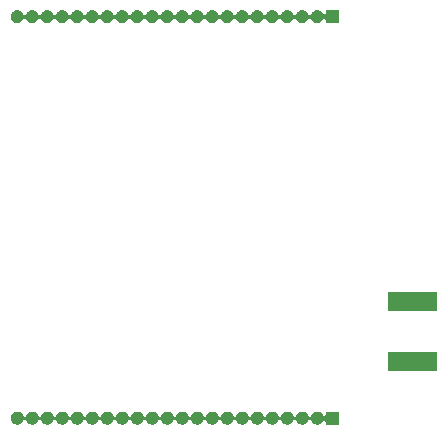
<source format=gbr>
G04 #@! TF.GenerationSoftware,KiCad,Pcbnew,5.99.0-unknown-fd0d5fd~86~ubuntu18.04.1*
G04 #@! TF.CreationDate,2020-01-16T10:32:26-05:00*
G04 #@! TF.ProjectId,bc26_module_board,62633236-5f6d-46f6-9475-6c655f626f61,rev?*
G04 #@! TF.SameCoordinates,Original*
G04 #@! TF.FileFunction,Soldermask,Bot*
G04 #@! TF.FilePolarity,Negative*
%FSLAX46Y46*%
G04 Gerber Fmt 4.6, Leading zero omitted, Abs format (unit mm)*
G04 Created by KiCad (PCBNEW 5.99.0-unknown-fd0d5fd~86~ubuntu18.04.1) date 2020-01-16 10:32:26*
%MOMM*%
%LPD*%
G04 APERTURE LIST*
G04 APERTURE END LIST*
G36*
X99747381Y-106446783D02*
G01*
X99770734Y-106445314D01*
X99821992Y-106456209D01*
X99865218Y-106461670D01*
X99886974Y-106470021D01*
X99918399Y-106476701D01*
X99957154Y-106496961D01*
X99989724Y-106509464D01*
X100015993Y-106527721D01*
X100052185Y-106546642D01*
X100077727Y-106570628D01*
X100099239Y-106585579D01*
X100126134Y-106616086D01*
X100162233Y-106649985D01*
X100175865Y-106672494D01*
X100187430Y-106685612D01*
X100209778Y-106728359D01*
X100258673Y-106779055D01*
X100327214Y-106795268D01*
X100393640Y-106771852D01*
X100436862Y-106716241D01*
X100445552Y-106670447D01*
X100445552Y-106512312D01*
X100451959Y-106480101D01*
X100463231Y-106463231D01*
X100480101Y-106451959D01*
X100512312Y-106445552D01*
X101487688Y-106445552D01*
X101519899Y-106451959D01*
X101536769Y-106463231D01*
X101548041Y-106480101D01*
X101554448Y-106512312D01*
X101554448Y-107487688D01*
X101551999Y-107500000D01*
X101548041Y-107519899D01*
X101536769Y-107536769D01*
X101519899Y-107548041D01*
X101500000Y-107551999D01*
X101487688Y-107554448D01*
X100512312Y-107554448D01*
X100480101Y-107548041D01*
X100463231Y-107536769D01*
X100451959Y-107519899D01*
X100445552Y-107487688D01*
X100445552Y-107329059D01*
X100425709Y-107261479D01*
X100372479Y-107215356D01*
X100302764Y-107205332D01*
X100238696Y-107234591D01*
X100215689Y-107263058D01*
X100204512Y-107280669D01*
X100180748Y-107323897D01*
X100168908Y-107336772D01*
X100154808Y-107358991D01*
X100118006Y-107392128D01*
X100090478Y-107422064D01*
X100068657Y-107436562D01*
X100042620Y-107460006D01*
X100006045Y-107478162D01*
X99979394Y-107495869D01*
X99946565Y-107507688D01*
X99907399Y-107527130D01*
X99875839Y-107533150D01*
X99853916Y-107541043D01*
X99810593Y-107545597D01*
X99759108Y-107555418D01*
X99735787Y-107553460D01*
X99721284Y-107554984D01*
X99669548Y-107547897D01*
X99608673Y-107542785D01*
X99594937Y-107537677D01*
X99589150Y-107536884D01*
X99532595Y-107514492D01*
X99467177Y-107490163D01*
X99408252Y-107447352D01*
X99356441Y-107410532D01*
X99354537Y-107408326D01*
X99345044Y-107401429D01*
X99305302Y-107351287D01*
X99269300Y-107309579D01*
X99264001Y-107299179D01*
X99251272Y-107283119D01*
X99229840Y-107232135D01*
X99206252Y-107185840D01*
X99157891Y-107134634D01*
X99089524Y-107117704D01*
X99022856Y-107140423D01*
X98984701Y-107195101D01*
X98982284Y-107193772D01*
X98970780Y-107214697D01*
X98965699Y-107231527D01*
X98934510Y-107280673D01*
X98910747Y-107323898D01*
X98898908Y-107336772D01*
X98884808Y-107358991D01*
X98848006Y-107392128D01*
X98820478Y-107422064D01*
X98798657Y-107436562D01*
X98772620Y-107460006D01*
X98736045Y-107478162D01*
X98709394Y-107495869D01*
X98676565Y-107507688D01*
X98637399Y-107527130D01*
X98605839Y-107533150D01*
X98583916Y-107541043D01*
X98540593Y-107545597D01*
X98489108Y-107555418D01*
X98465787Y-107553460D01*
X98451284Y-107554984D01*
X98399548Y-107547897D01*
X98338673Y-107542785D01*
X98324937Y-107537677D01*
X98319150Y-107536884D01*
X98262595Y-107514492D01*
X98197177Y-107490163D01*
X98138252Y-107447352D01*
X98086441Y-107410532D01*
X98084537Y-107408326D01*
X98075044Y-107401429D01*
X98035302Y-107351287D01*
X97999300Y-107309579D01*
X97994001Y-107299179D01*
X97981272Y-107283119D01*
X97959840Y-107232135D01*
X97936252Y-107185840D01*
X97887891Y-107134634D01*
X97819524Y-107117704D01*
X97752856Y-107140423D01*
X97714701Y-107195101D01*
X97712284Y-107193772D01*
X97700780Y-107214697D01*
X97695699Y-107231527D01*
X97664510Y-107280673D01*
X97640747Y-107323898D01*
X97628908Y-107336772D01*
X97614808Y-107358991D01*
X97578006Y-107392128D01*
X97550478Y-107422064D01*
X97528657Y-107436562D01*
X97502620Y-107460006D01*
X97466045Y-107478162D01*
X97439394Y-107495869D01*
X97406565Y-107507688D01*
X97367399Y-107527130D01*
X97335839Y-107533150D01*
X97313916Y-107541043D01*
X97270593Y-107545597D01*
X97219108Y-107555418D01*
X97195787Y-107553460D01*
X97181284Y-107554984D01*
X97129548Y-107547897D01*
X97068673Y-107542785D01*
X97054937Y-107537677D01*
X97049150Y-107536884D01*
X96992595Y-107514492D01*
X96927177Y-107490163D01*
X96868252Y-107447352D01*
X96816441Y-107410532D01*
X96814537Y-107408326D01*
X96805044Y-107401429D01*
X96765302Y-107351287D01*
X96729300Y-107309579D01*
X96724001Y-107299179D01*
X96711272Y-107283119D01*
X96689840Y-107232135D01*
X96666252Y-107185840D01*
X96617891Y-107134634D01*
X96549524Y-107117704D01*
X96482856Y-107140423D01*
X96444701Y-107195101D01*
X96442284Y-107193772D01*
X96430780Y-107214697D01*
X96425699Y-107231527D01*
X96394510Y-107280673D01*
X96370747Y-107323898D01*
X96358908Y-107336772D01*
X96344808Y-107358991D01*
X96308006Y-107392128D01*
X96280478Y-107422064D01*
X96258657Y-107436562D01*
X96232620Y-107460006D01*
X96196045Y-107478162D01*
X96169394Y-107495869D01*
X96136565Y-107507688D01*
X96097399Y-107527130D01*
X96065839Y-107533150D01*
X96043916Y-107541043D01*
X96000593Y-107545597D01*
X95949108Y-107555418D01*
X95925787Y-107553460D01*
X95911284Y-107554984D01*
X95859548Y-107547897D01*
X95798673Y-107542785D01*
X95784937Y-107537677D01*
X95779150Y-107536884D01*
X95722595Y-107514492D01*
X95657177Y-107490163D01*
X95598252Y-107447352D01*
X95546441Y-107410532D01*
X95544537Y-107408326D01*
X95535044Y-107401429D01*
X95495302Y-107351287D01*
X95459300Y-107309579D01*
X95454001Y-107299179D01*
X95441272Y-107283119D01*
X95419840Y-107232135D01*
X95396252Y-107185840D01*
X95347891Y-107134634D01*
X95279524Y-107117704D01*
X95212856Y-107140423D01*
X95174701Y-107195101D01*
X95172284Y-107193772D01*
X95160780Y-107214697D01*
X95155699Y-107231527D01*
X95124510Y-107280673D01*
X95100747Y-107323898D01*
X95088908Y-107336772D01*
X95074808Y-107358991D01*
X95038006Y-107392128D01*
X95010478Y-107422064D01*
X94988657Y-107436562D01*
X94962620Y-107460006D01*
X94926045Y-107478162D01*
X94899394Y-107495869D01*
X94866565Y-107507688D01*
X94827399Y-107527130D01*
X94795839Y-107533150D01*
X94773916Y-107541043D01*
X94730593Y-107545597D01*
X94679108Y-107555418D01*
X94655787Y-107553460D01*
X94641284Y-107554984D01*
X94589548Y-107547897D01*
X94528673Y-107542785D01*
X94514937Y-107537677D01*
X94509150Y-107536884D01*
X94452595Y-107514492D01*
X94387177Y-107490163D01*
X94328252Y-107447352D01*
X94276441Y-107410532D01*
X94274537Y-107408326D01*
X94265044Y-107401429D01*
X94225302Y-107351287D01*
X94189300Y-107309579D01*
X94184001Y-107299179D01*
X94171272Y-107283119D01*
X94149840Y-107232135D01*
X94126252Y-107185840D01*
X94077891Y-107134634D01*
X94009524Y-107117704D01*
X93942856Y-107140423D01*
X93904701Y-107195101D01*
X93902284Y-107193772D01*
X93890780Y-107214697D01*
X93885699Y-107231527D01*
X93854510Y-107280673D01*
X93830747Y-107323898D01*
X93818908Y-107336772D01*
X93804808Y-107358991D01*
X93768006Y-107392128D01*
X93740478Y-107422064D01*
X93718657Y-107436562D01*
X93692620Y-107460006D01*
X93656045Y-107478162D01*
X93629394Y-107495869D01*
X93596565Y-107507688D01*
X93557399Y-107527130D01*
X93525839Y-107533150D01*
X93503916Y-107541043D01*
X93460593Y-107545597D01*
X93409108Y-107555418D01*
X93385787Y-107553460D01*
X93371284Y-107554984D01*
X93319548Y-107547897D01*
X93258673Y-107542785D01*
X93244937Y-107537677D01*
X93239150Y-107536884D01*
X93182595Y-107514492D01*
X93117177Y-107490163D01*
X93058252Y-107447352D01*
X93006441Y-107410532D01*
X93004537Y-107408326D01*
X92995044Y-107401429D01*
X92955302Y-107351287D01*
X92919300Y-107309579D01*
X92914001Y-107299179D01*
X92901272Y-107283119D01*
X92879840Y-107232135D01*
X92856252Y-107185840D01*
X92807891Y-107134634D01*
X92739524Y-107117704D01*
X92672856Y-107140423D01*
X92634701Y-107195101D01*
X92632284Y-107193772D01*
X92620780Y-107214697D01*
X92615699Y-107231527D01*
X92584510Y-107280673D01*
X92560747Y-107323898D01*
X92548908Y-107336772D01*
X92534808Y-107358991D01*
X92498006Y-107392128D01*
X92470478Y-107422064D01*
X92448657Y-107436562D01*
X92422620Y-107460006D01*
X92386045Y-107478162D01*
X92359394Y-107495869D01*
X92326565Y-107507688D01*
X92287399Y-107527130D01*
X92255839Y-107533150D01*
X92233916Y-107541043D01*
X92190593Y-107545597D01*
X92139108Y-107555418D01*
X92115787Y-107553460D01*
X92101284Y-107554984D01*
X92049548Y-107547897D01*
X91988673Y-107542785D01*
X91974937Y-107537677D01*
X91969150Y-107536884D01*
X91912595Y-107514492D01*
X91847177Y-107490163D01*
X91788252Y-107447352D01*
X91736441Y-107410532D01*
X91734537Y-107408326D01*
X91725044Y-107401429D01*
X91685302Y-107351287D01*
X91649300Y-107309579D01*
X91644001Y-107299179D01*
X91631272Y-107283119D01*
X91609840Y-107232135D01*
X91586252Y-107185840D01*
X91537891Y-107134634D01*
X91469524Y-107117704D01*
X91402856Y-107140423D01*
X91364701Y-107195101D01*
X91362284Y-107193772D01*
X91350780Y-107214697D01*
X91345699Y-107231527D01*
X91314510Y-107280673D01*
X91290747Y-107323898D01*
X91278908Y-107336772D01*
X91264808Y-107358991D01*
X91228006Y-107392128D01*
X91200478Y-107422064D01*
X91178657Y-107436562D01*
X91152620Y-107460006D01*
X91116045Y-107478162D01*
X91089394Y-107495869D01*
X91056565Y-107507688D01*
X91017399Y-107527130D01*
X90985839Y-107533150D01*
X90963916Y-107541043D01*
X90920593Y-107545597D01*
X90869108Y-107555418D01*
X90845787Y-107553460D01*
X90831284Y-107554984D01*
X90779548Y-107547897D01*
X90718673Y-107542785D01*
X90704937Y-107537677D01*
X90699150Y-107536884D01*
X90642595Y-107514492D01*
X90577177Y-107490163D01*
X90518252Y-107447352D01*
X90466441Y-107410532D01*
X90464537Y-107408326D01*
X90455044Y-107401429D01*
X90415302Y-107351287D01*
X90379300Y-107309579D01*
X90374001Y-107299179D01*
X90361272Y-107283119D01*
X90339840Y-107232135D01*
X90316252Y-107185840D01*
X90267891Y-107134634D01*
X90199524Y-107117704D01*
X90132856Y-107140423D01*
X90094701Y-107195101D01*
X90092284Y-107193772D01*
X90080780Y-107214697D01*
X90075699Y-107231527D01*
X90044510Y-107280673D01*
X90020747Y-107323898D01*
X90008908Y-107336772D01*
X89994808Y-107358991D01*
X89958006Y-107392128D01*
X89930478Y-107422064D01*
X89908657Y-107436562D01*
X89882620Y-107460006D01*
X89846045Y-107478162D01*
X89819394Y-107495869D01*
X89786565Y-107507688D01*
X89747399Y-107527130D01*
X89715839Y-107533150D01*
X89693916Y-107541043D01*
X89650593Y-107545597D01*
X89599108Y-107555418D01*
X89575787Y-107553460D01*
X89561284Y-107554984D01*
X89509548Y-107547897D01*
X89448673Y-107542785D01*
X89434937Y-107537677D01*
X89429150Y-107536884D01*
X89372595Y-107514492D01*
X89307177Y-107490163D01*
X89248252Y-107447352D01*
X89196441Y-107410532D01*
X89194537Y-107408326D01*
X89185044Y-107401429D01*
X89145302Y-107351287D01*
X89109300Y-107309579D01*
X89104001Y-107299179D01*
X89091272Y-107283119D01*
X89069840Y-107232135D01*
X89046252Y-107185840D01*
X88997891Y-107134634D01*
X88929524Y-107117704D01*
X88862856Y-107140423D01*
X88824701Y-107195101D01*
X88822284Y-107193772D01*
X88810780Y-107214697D01*
X88805699Y-107231527D01*
X88774510Y-107280673D01*
X88750747Y-107323898D01*
X88738908Y-107336772D01*
X88724808Y-107358991D01*
X88688006Y-107392128D01*
X88660478Y-107422064D01*
X88638657Y-107436562D01*
X88612620Y-107460006D01*
X88576045Y-107478162D01*
X88549394Y-107495869D01*
X88516565Y-107507688D01*
X88477399Y-107527130D01*
X88445839Y-107533150D01*
X88423916Y-107541043D01*
X88380593Y-107545597D01*
X88329108Y-107555418D01*
X88305787Y-107553460D01*
X88291284Y-107554984D01*
X88239548Y-107547897D01*
X88178673Y-107542785D01*
X88164937Y-107537677D01*
X88159150Y-107536884D01*
X88102595Y-107514492D01*
X88037177Y-107490163D01*
X87978252Y-107447352D01*
X87926441Y-107410532D01*
X87924537Y-107408326D01*
X87915044Y-107401429D01*
X87875302Y-107351287D01*
X87839300Y-107309579D01*
X87834001Y-107299179D01*
X87821272Y-107283119D01*
X87799840Y-107232135D01*
X87776252Y-107185840D01*
X87727891Y-107134634D01*
X87659524Y-107117704D01*
X87592856Y-107140423D01*
X87554701Y-107195101D01*
X87552284Y-107193772D01*
X87540780Y-107214697D01*
X87535699Y-107231527D01*
X87504510Y-107280673D01*
X87480747Y-107323898D01*
X87468908Y-107336772D01*
X87454808Y-107358991D01*
X87418006Y-107392128D01*
X87390478Y-107422064D01*
X87368657Y-107436562D01*
X87342620Y-107460006D01*
X87306045Y-107478162D01*
X87279394Y-107495869D01*
X87246565Y-107507688D01*
X87207399Y-107527130D01*
X87175839Y-107533150D01*
X87153916Y-107541043D01*
X87110593Y-107545597D01*
X87059108Y-107555418D01*
X87035787Y-107553460D01*
X87021284Y-107554984D01*
X86969548Y-107547897D01*
X86908673Y-107542785D01*
X86894937Y-107537677D01*
X86889150Y-107536884D01*
X86832595Y-107514492D01*
X86767177Y-107490163D01*
X86708252Y-107447352D01*
X86656441Y-107410532D01*
X86654537Y-107408326D01*
X86645044Y-107401429D01*
X86605302Y-107351287D01*
X86569300Y-107309579D01*
X86564001Y-107299179D01*
X86551272Y-107283119D01*
X86529840Y-107232135D01*
X86506252Y-107185840D01*
X86457891Y-107134634D01*
X86389524Y-107117704D01*
X86322856Y-107140423D01*
X86284701Y-107195101D01*
X86282284Y-107193772D01*
X86270780Y-107214697D01*
X86265699Y-107231527D01*
X86234510Y-107280673D01*
X86210747Y-107323898D01*
X86198908Y-107336772D01*
X86184808Y-107358991D01*
X86148006Y-107392128D01*
X86120478Y-107422064D01*
X86098657Y-107436562D01*
X86072620Y-107460006D01*
X86036045Y-107478162D01*
X86009394Y-107495869D01*
X85976565Y-107507688D01*
X85937399Y-107527130D01*
X85905839Y-107533150D01*
X85883916Y-107541043D01*
X85840593Y-107545597D01*
X85789108Y-107555418D01*
X85765787Y-107553460D01*
X85751284Y-107554984D01*
X85699548Y-107547897D01*
X85638673Y-107542785D01*
X85624937Y-107537677D01*
X85619150Y-107536884D01*
X85562595Y-107514492D01*
X85497177Y-107490163D01*
X85438252Y-107447352D01*
X85386441Y-107410532D01*
X85384537Y-107408326D01*
X85375044Y-107401429D01*
X85335302Y-107351287D01*
X85299300Y-107309579D01*
X85294001Y-107299179D01*
X85281272Y-107283119D01*
X85259840Y-107232135D01*
X85236252Y-107185840D01*
X85187891Y-107134634D01*
X85119524Y-107117704D01*
X85052856Y-107140423D01*
X85014701Y-107195101D01*
X85012284Y-107193772D01*
X85000780Y-107214697D01*
X84995699Y-107231527D01*
X84964510Y-107280673D01*
X84940747Y-107323898D01*
X84928908Y-107336772D01*
X84914808Y-107358991D01*
X84878006Y-107392128D01*
X84850478Y-107422064D01*
X84828657Y-107436562D01*
X84802620Y-107460006D01*
X84766045Y-107478162D01*
X84739394Y-107495869D01*
X84706565Y-107507688D01*
X84667399Y-107527130D01*
X84635839Y-107533150D01*
X84613916Y-107541043D01*
X84570593Y-107545597D01*
X84519108Y-107555418D01*
X84495787Y-107553460D01*
X84481284Y-107554984D01*
X84429548Y-107547897D01*
X84368673Y-107542785D01*
X84354937Y-107537677D01*
X84349150Y-107536884D01*
X84292595Y-107514492D01*
X84227177Y-107490163D01*
X84168252Y-107447352D01*
X84116441Y-107410532D01*
X84114537Y-107408326D01*
X84105044Y-107401429D01*
X84065302Y-107351287D01*
X84029300Y-107309579D01*
X84024001Y-107299179D01*
X84011272Y-107283119D01*
X83989840Y-107232135D01*
X83966252Y-107185840D01*
X83917891Y-107134634D01*
X83849524Y-107117704D01*
X83782856Y-107140423D01*
X83744701Y-107195101D01*
X83742284Y-107193772D01*
X83730780Y-107214697D01*
X83725699Y-107231527D01*
X83694510Y-107280673D01*
X83670747Y-107323898D01*
X83658908Y-107336772D01*
X83644808Y-107358991D01*
X83608006Y-107392128D01*
X83580478Y-107422064D01*
X83558657Y-107436562D01*
X83532620Y-107460006D01*
X83496045Y-107478162D01*
X83469394Y-107495869D01*
X83436565Y-107507688D01*
X83397399Y-107527130D01*
X83365839Y-107533150D01*
X83343916Y-107541043D01*
X83300593Y-107545597D01*
X83249108Y-107555418D01*
X83225787Y-107553460D01*
X83211284Y-107554984D01*
X83159548Y-107547897D01*
X83098673Y-107542785D01*
X83084937Y-107537677D01*
X83079150Y-107536884D01*
X83022595Y-107514492D01*
X82957177Y-107490163D01*
X82898252Y-107447352D01*
X82846441Y-107410532D01*
X82844537Y-107408326D01*
X82835044Y-107401429D01*
X82795302Y-107351287D01*
X82759300Y-107309579D01*
X82754001Y-107299179D01*
X82741272Y-107283119D01*
X82719840Y-107232135D01*
X82696252Y-107185840D01*
X82647891Y-107134634D01*
X82579524Y-107117704D01*
X82512856Y-107140423D01*
X82474701Y-107195101D01*
X82472284Y-107193772D01*
X82460780Y-107214697D01*
X82455699Y-107231527D01*
X82424510Y-107280673D01*
X82400747Y-107323898D01*
X82388908Y-107336772D01*
X82374808Y-107358991D01*
X82338006Y-107392128D01*
X82310478Y-107422064D01*
X82288657Y-107436562D01*
X82262620Y-107460006D01*
X82226045Y-107478162D01*
X82199394Y-107495869D01*
X82166565Y-107507688D01*
X82127399Y-107527130D01*
X82095839Y-107533150D01*
X82073916Y-107541043D01*
X82030593Y-107545597D01*
X81979108Y-107555418D01*
X81955787Y-107553460D01*
X81941284Y-107554984D01*
X81889548Y-107547897D01*
X81828673Y-107542785D01*
X81814937Y-107537677D01*
X81809150Y-107536884D01*
X81752595Y-107514492D01*
X81687177Y-107490163D01*
X81628252Y-107447352D01*
X81576441Y-107410532D01*
X81574537Y-107408326D01*
X81565044Y-107401429D01*
X81525302Y-107351287D01*
X81489300Y-107309579D01*
X81484001Y-107299179D01*
X81471272Y-107283119D01*
X81449840Y-107232135D01*
X81426252Y-107185840D01*
X81377891Y-107134634D01*
X81309524Y-107117704D01*
X81242856Y-107140423D01*
X81204701Y-107195101D01*
X81202284Y-107193772D01*
X81190780Y-107214697D01*
X81185699Y-107231527D01*
X81154510Y-107280673D01*
X81130747Y-107323898D01*
X81118908Y-107336772D01*
X81104808Y-107358991D01*
X81068006Y-107392128D01*
X81040478Y-107422064D01*
X81018657Y-107436562D01*
X80992620Y-107460006D01*
X80956045Y-107478162D01*
X80929394Y-107495869D01*
X80896565Y-107507688D01*
X80857399Y-107527130D01*
X80825839Y-107533150D01*
X80803916Y-107541043D01*
X80760593Y-107545597D01*
X80709108Y-107555418D01*
X80685787Y-107553460D01*
X80671284Y-107554984D01*
X80619548Y-107547897D01*
X80558673Y-107542785D01*
X80544937Y-107537677D01*
X80539150Y-107536884D01*
X80482595Y-107514492D01*
X80417177Y-107490163D01*
X80358252Y-107447352D01*
X80306441Y-107410532D01*
X80304537Y-107408326D01*
X80295044Y-107401429D01*
X80255302Y-107351287D01*
X80219300Y-107309579D01*
X80214001Y-107299179D01*
X80201272Y-107283119D01*
X80179840Y-107232135D01*
X80156252Y-107185840D01*
X80107891Y-107134634D01*
X80039524Y-107117704D01*
X79972856Y-107140423D01*
X79934701Y-107195101D01*
X79932284Y-107193772D01*
X79920780Y-107214697D01*
X79915699Y-107231527D01*
X79884510Y-107280673D01*
X79860747Y-107323898D01*
X79848908Y-107336772D01*
X79834808Y-107358991D01*
X79798006Y-107392128D01*
X79770478Y-107422064D01*
X79748657Y-107436562D01*
X79722620Y-107460006D01*
X79686045Y-107478162D01*
X79659394Y-107495869D01*
X79626565Y-107507688D01*
X79587399Y-107527130D01*
X79555839Y-107533150D01*
X79533916Y-107541043D01*
X79490593Y-107545597D01*
X79439108Y-107555418D01*
X79415787Y-107553460D01*
X79401284Y-107554984D01*
X79349548Y-107547897D01*
X79288673Y-107542785D01*
X79274937Y-107537677D01*
X79269150Y-107536884D01*
X79212595Y-107514492D01*
X79147177Y-107490163D01*
X79088252Y-107447352D01*
X79036441Y-107410532D01*
X79034537Y-107408326D01*
X79025044Y-107401429D01*
X78985302Y-107351287D01*
X78949300Y-107309579D01*
X78944001Y-107299179D01*
X78931272Y-107283119D01*
X78909840Y-107232135D01*
X78886252Y-107185840D01*
X78837891Y-107134634D01*
X78769524Y-107117704D01*
X78702856Y-107140423D01*
X78664701Y-107195101D01*
X78662284Y-107193772D01*
X78650780Y-107214697D01*
X78645699Y-107231527D01*
X78614510Y-107280673D01*
X78590747Y-107323898D01*
X78578908Y-107336772D01*
X78564808Y-107358991D01*
X78528006Y-107392128D01*
X78500478Y-107422064D01*
X78478657Y-107436562D01*
X78452620Y-107460006D01*
X78416045Y-107478162D01*
X78389394Y-107495869D01*
X78356565Y-107507688D01*
X78317399Y-107527130D01*
X78285839Y-107533150D01*
X78263916Y-107541043D01*
X78220593Y-107545597D01*
X78169108Y-107555418D01*
X78145787Y-107553460D01*
X78131284Y-107554984D01*
X78079548Y-107547897D01*
X78018673Y-107542785D01*
X78004937Y-107537677D01*
X77999150Y-107536884D01*
X77942595Y-107514492D01*
X77877177Y-107490163D01*
X77818252Y-107447352D01*
X77766441Y-107410532D01*
X77764537Y-107408326D01*
X77755044Y-107401429D01*
X77715302Y-107351287D01*
X77679300Y-107309579D01*
X77674001Y-107299179D01*
X77661272Y-107283119D01*
X77639840Y-107232135D01*
X77616252Y-107185840D01*
X77567891Y-107134634D01*
X77499524Y-107117704D01*
X77432856Y-107140423D01*
X77394701Y-107195101D01*
X77392284Y-107193772D01*
X77380780Y-107214697D01*
X77375699Y-107231527D01*
X77344510Y-107280673D01*
X77320747Y-107323898D01*
X77308908Y-107336772D01*
X77294808Y-107358991D01*
X77258006Y-107392128D01*
X77230478Y-107422064D01*
X77208657Y-107436562D01*
X77182620Y-107460006D01*
X77146045Y-107478162D01*
X77119394Y-107495869D01*
X77086565Y-107507688D01*
X77047399Y-107527130D01*
X77015839Y-107533150D01*
X76993916Y-107541043D01*
X76950593Y-107545597D01*
X76899108Y-107555418D01*
X76875787Y-107553460D01*
X76861284Y-107554984D01*
X76809548Y-107547897D01*
X76748673Y-107542785D01*
X76734937Y-107537677D01*
X76729150Y-107536884D01*
X76672595Y-107514492D01*
X76607177Y-107490163D01*
X76548252Y-107447352D01*
X76496441Y-107410532D01*
X76494537Y-107408326D01*
X76485044Y-107401429D01*
X76445302Y-107351287D01*
X76409300Y-107309579D01*
X76404001Y-107299179D01*
X76391272Y-107283119D01*
X76369840Y-107232135D01*
X76346252Y-107185840D01*
X76297891Y-107134634D01*
X76229524Y-107117704D01*
X76162856Y-107140423D01*
X76124701Y-107195101D01*
X76122284Y-107193772D01*
X76110780Y-107214697D01*
X76105699Y-107231527D01*
X76074510Y-107280673D01*
X76050747Y-107323898D01*
X76038908Y-107336772D01*
X76024808Y-107358991D01*
X75988006Y-107392128D01*
X75960478Y-107422064D01*
X75938657Y-107436562D01*
X75912620Y-107460006D01*
X75876045Y-107478162D01*
X75849394Y-107495869D01*
X75816565Y-107507688D01*
X75777399Y-107527130D01*
X75745839Y-107533150D01*
X75723916Y-107541043D01*
X75680593Y-107545597D01*
X75629108Y-107555418D01*
X75605787Y-107553460D01*
X75591284Y-107554984D01*
X75539548Y-107547897D01*
X75478673Y-107542785D01*
X75464937Y-107537677D01*
X75459150Y-107536884D01*
X75402595Y-107514492D01*
X75337177Y-107490163D01*
X75278252Y-107447352D01*
X75226441Y-107410532D01*
X75224537Y-107408326D01*
X75215044Y-107401429D01*
X75175302Y-107351287D01*
X75139300Y-107309579D01*
X75134001Y-107299179D01*
X75121272Y-107283119D01*
X75099840Y-107232135D01*
X75076252Y-107185840D01*
X75027891Y-107134634D01*
X74959524Y-107117704D01*
X74892856Y-107140423D01*
X74854701Y-107195101D01*
X74852284Y-107193772D01*
X74840780Y-107214697D01*
X74835699Y-107231527D01*
X74804510Y-107280673D01*
X74780747Y-107323898D01*
X74768908Y-107336772D01*
X74754808Y-107358991D01*
X74718006Y-107392128D01*
X74690478Y-107422064D01*
X74668657Y-107436562D01*
X74642620Y-107460006D01*
X74606045Y-107478162D01*
X74579394Y-107495869D01*
X74546565Y-107507688D01*
X74507399Y-107527130D01*
X74475839Y-107533150D01*
X74453916Y-107541043D01*
X74410593Y-107545597D01*
X74359108Y-107555418D01*
X74335787Y-107553460D01*
X74321284Y-107554984D01*
X74269548Y-107547897D01*
X74208673Y-107542785D01*
X74194937Y-107537677D01*
X74189150Y-107536884D01*
X74132595Y-107514492D01*
X74067177Y-107490163D01*
X74008252Y-107447352D01*
X73956441Y-107410532D01*
X73954537Y-107408326D01*
X73945044Y-107401429D01*
X73905302Y-107351287D01*
X73869300Y-107309579D01*
X73864001Y-107299179D01*
X73851272Y-107283119D01*
X73829838Y-107232129D01*
X73808754Y-107190749D01*
X73804096Y-107170892D01*
X73792771Y-107143950D01*
X73786928Y-107097696D01*
X73778299Y-107060909D01*
X73778604Y-107031808D01*
X73773850Y-106994176D01*
X73779392Y-106956647D01*
X73779697Y-106927552D01*
X73789092Y-106890961D01*
X73795904Y-106844831D01*
X73807791Y-106818132D01*
X73812864Y-106798375D01*
X73834815Y-106757436D01*
X73857307Y-106706918D01*
X73870366Y-106691132D01*
X73875883Y-106680843D01*
X73912753Y-106639895D01*
X73953535Y-106590598D01*
X73963171Y-106583901D01*
X73965122Y-106581734D01*
X74017700Y-106546002D01*
X74077500Y-106504440D01*
X74143435Y-106481479D01*
X74200424Y-106460285D01*
X74206223Y-106459614D01*
X74220067Y-106454793D01*
X74281037Y-106450957D01*
X74332909Y-106444955D01*
X74347381Y-106446783D01*
X74370734Y-106445314D01*
X74421992Y-106456209D01*
X74465218Y-106461670D01*
X74486974Y-106470021D01*
X74518399Y-106476701D01*
X74557154Y-106496961D01*
X74589724Y-106509464D01*
X74615993Y-106527721D01*
X74652185Y-106546642D01*
X74677727Y-106570628D01*
X74699239Y-106585579D01*
X74726135Y-106616086D01*
X74762233Y-106649985D01*
X74775865Y-106672493D01*
X74787433Y-106685615D01*
X74810288Y-106729333D01*
X74840437Y-106779114D01*
X74845164Y-106796043D01*
X74854110Y-106813156D01*
X74903004Y-106863852D01*
X74971545Y-106880065D01*
X75037971Y-106856649D01*
X75070536Y-106808930D01*
X75075715Y-106811707D01*
X75104816Y-106757433D01*
X75127307Y-106706918D01*
X75140366Y-106691132D01*
X75145883Y-106680843D01*
X75182753Y-106639895D01*
X75223535Y-106590598D01*
X75233171Y-106583901D01*
X75235122Y-106581734D01*
X75287700Y-106546002D01*
X75347500Y-106504440D01*
X75413435Y-106481479D01*
X75470424Y-106460285D01*
X75476223Y-106459614D01*
X75490067Y-106454793D01*
X75551037Y-106450957D01*
X75602909Y-106444955D01*
X75617381Y-106446783D01*
X75640734Y-106445314D01*
X75691992Y-106456209D01*
X75735218Y-106461670D01*
X75756974Y-106470021D01*
X75788399Y-106476701D01*
X75827154Y-106496961D01*
X75859724Y-106509464D01*
X75885993Y-106527721D01*
X75922185Y-106546642D01*
X75947727Y-106570628D01*
X75969239Y-106585579D01*
X75996135Y-106616086D01*
X76032233Y-106649985D01*
X76045865Y-106672493D01*
X76057433Y-106685615D01*
X76080288Y-106729333D01*
X76110437Y-106779114D01*
X76115164Y-106796043D01*
X76124110Y-106813156D01*
X76173004Y-106863852D01*
X76241545Y-106880065D01*
X76307971Y-106856649D01*
X76340536Y-106808930D01*
X76345715Y-106811707D01*
X76374816Y-106757433D01*
X76397307Y-106706918D01*
X76410366Y-106691132D01*
X76415883Y-106680843D01*
X76452753Y-106639895D01*
X76493535Y-106590598D01*
X76503171Y-106583901D01*
X76505122Y-106581734D01*
X76557700Y-106546002D01*
X76617500Y-106504440D01*
X76683435Y-106481479D01*
X76740424Y-106460285D01*
X76746223Y-106459614D01*
X76760067Y-106454793D01*
X76821037Y-106450957D01*
X76872909Y-106444955D01*
X76887381Y-106446783D01*
X76910734Y-106445314D01*
X76961992Y-106456209D01*
X77005218Y-106461670D01*
X77026974Y-106470021D01*
X77058399Y-106476701D01*
X77097154Y-106496961D01*
X77129724Y-106509464D01*
X77155993Y-106527721D01*
X77192185Y-106546642D01*
X77217727Y-106570628D01*
X77239239Y-106585579D01*
X77266135Y-106616086D01*
X77302233Y-106649985D01*
X77315865Y-106672493D01*
X77327433Y-106685615D01*
X77350288Y-106729333D01*
X77380437Y-106779114D01*
X77385164Y-106796043D01*
X77394110Y-106813156D01*
X77443004Y-106863852D01*
X77511545Y-106880065D01*
X77577971Y-106856649D01*
X77610536Y-106808930D01*
X77615715Y-106811707D01*
X77644816Y-106757433D01*
X77667307Y-106706918D01*
X77680366Y-106691132D01*
X77685883Y-106680843D01*
X77722753Y-106639895D01*
X77763535Y-106590598D01*
X77773171Y-106583901D01*
X77775122Y-106581734D01*
X77827700Y-106546002D01*
X77887500Y-106504440D01*
X77953435Y-106481479D01*
X78010424Y-106460285D01*
X78016223Y-106459614D01*
X78030067Y-106454793D01*
X78091037Y-106450957D01*
X78142909Y-106444955D01*
X78157381Y-106446783D01*
X78180734Y-106445314D01*
X78231992Y-106456209D01*
X78275218Y-106461670D01*
X78296974Y-106470021D01*
X78328399Y-106476701D01*
X78367154Y-106496961D01*
X78399724Y-106509464D01*
X78425993Y-106527721D01*
X78462185Y-106546642D01*
X78487727Y-106570628D01*
X78509239Y-106585579D01*
X78536135Y-106616086D01*
X78572233Y-106649985D01*
X78585865Y-106672493D01*
X78597433Y-106685615D01*
X78620288Y-106729333D01*
X78650437Y-106779114D01*
X78655164Y-106796043D01*
X78664110Y-106813156D01*
X78713004Y-106863852D01*
X78781545Y-106880065D01*
X78847971Y-106856649D01*
X78880536Y-106808930D01*
X78885715Y-106811707D01*
X78914816Y-106757433D01*
X78937307Y-106706918D01*
X78950366Y-106691132D01*
X78955883Y-106680843D01*
X78992753Y-106639895D01*
X79033535Y-106590598D01*
X79043171Y-106583901D01*
X79045122Y-106581734D01*
X79097700Y-106546002D01*
X79157500Y-106504440D01*
X79223435Y-106481479D01*
X79280424Y-106460285D01*
X79286223Y-106459614D01*
X79300067Y-106454793D01*
X79361037Y-106450957D01*
X79412909Y-106444955D01*
X79427381Y-106446783D01*
X79450734Y-106445314D01*
X79501992Y-106456209D01*
X79545218Y-106461670D01*
X79566974Y-106470021D01*
X79598399Y-106476701D01*
X79637154Y-106496961D01*
X79669724Y-106509464D01*
X79695993Y-106527721D01*
X79732185Y-106546642D01*
X79757727Y-106570628D01*
X79779239Y-106585579D01*
X79806135Y-106616086D01*
X79842233Y-106649985D01*
X79855865Y-106672493D01*
X79867433Y-106685615D01*
X79890288Y-106729333D01*
X79920437Y-106779114D01*
X79925164Y-106796043D01*
X79934110Y-106813156D01*
X79983004Y-106863852D01*
X80051545Y-106880065D01*
X80117971Y-106856649D01*
X80150536Y-106808930D01*
X80155715Y-106811707D01*
X80184816Y-106757433D01*
X80207307Y-106706918D01*
X80220366Y-106691132D01*
X80225883Y-106680843D01*
X80262753Y-106639895D01*
X80303535Y-106590598D01*
X80313171Y-106583901D01*
X80315122Y-106581734D01*
X80367700Y-106546002D01*
X80427500Y-106504440D01*
X80493435Y-106481479D01*
X80550424Y-106460285D01*
X80556223Y-106459614D01*
X80570067Y-106454793D01*
X80631037Y-106450957D01*
X80682909Y-106444955D01*
X80697381Y-106446783D01*
X80720734Y-106445314D01*
X80771992Y-106456209D01*
X80815218Y-106461670D01*
X80836974Y-106470021D01*
X80868399Y-106476701D01*
X80907154Y-106496961D01*
X80939724Y-106509464D01*
X80965993Y-106527721D01*
X81002185Y-106546642D01*
X81027727Y-106570628D01*
X81049239Y-106585579D01*
X81076135Y-106616086D01*
X81112233Y-106649985D01*
X81125865Y-106672493D01*
X81137433Y-106685615D01*
X81160288Y-106729333D01*
X81190437Y-106779114D01*
X81195164Y-106796043D01*
X81204110Y-106813156D01*
X81253004Y-106863852D01*
X81321545Y-106880065D01*
X81387971Y-106856649D01*
X81420536Y-106808930D01*
X81425715Y-106811707D01*
X81454816Y-106757433D01*
X81477307Y-106706918D01*
X81490366Y-106691132D01*
X81495883Y-106680843D01*
X81532753Y-106639895D01*
X81573535Y-106590598D01*
X81583171Y-106583901D01*
X81585122Y-106581734D01*
X81637700Y-106546002D01*
X81697500Y-106504440D01*
X81763435Y-106481479D01*
X81820424Y-106460285D01*
X81826223Y-106459614D01*
X81840067Y-106454793D01*
X81901037Y-106450957D01*
X81952909Y-106444955D01*
X81967381Y-106446783D01*
X81990734Y-106445314D01*
X82041992Y-106456209D01*
X82085218Y-106461670D01*
X82106974Y-106470021D01*
X82138399Y-106476701D01*
X82177154Y-106496961D01*
X82209724Y-106509464D01*
X82235993Y-106527721D01*
X82272185Y-106546642D01*
X82297727Y-106570628D01*
X82319239Y-106585579D01*
X82346135Y-106616086D01*
X82382233Y-106649985D01*
X82395865Y-106672493D01*
X82407433Y-106685615D01*
X82430288Y-106729333D01*
X82460437Y-106779114D01*
X82465164Y-106796043D01*
X82474110Y-106813156D01*
X82523004Y-106863852D01*
X82591545Y-106880065D01*
X82657971Y-106856649D01*
X82690536Y-106808930D01*
X82695715Y-106811707D01*
X82724816Y-106757433D01*
X82747307Y-106706918D01*
X82760366Y-106691132D01*
X82765883Y-106680843D01*
X82802753Y-106639895D01*
X82843535Y-106590598D01*
X82853171Y-106583901D01*
X82855122Y-106581734D01*
X82907700Y-106546002D01*
X82967500Y-106504440D01*
X83033435Y-106481479D01*
X83090424Y-106460285D01*
X83096223Y-106459614D01*
X83110067Y-106454793D01*
X83171037Y-106450957D01*
X83222909Y-106444955D01*
X83237381Y-106446783D01*
X83260734Y-106445314D01*
X83311992Y-106456209D01*
X83355218Y-106461670D01*
X83376974Y-106470021D01*
X83408399Y-106476701D01*
X83447154Y-106496961D01*
X83479724Y-106509464D01*
X83505993Y-106527721D01*
X83542185Y-106546642D01*
X83567727Y-106570628D01*
X83589239Y-106585579D01*
X83616135Y-106616086D01*
X83652233Y-106649985D01*
X83665865Y-106672493D01*
X83677433Y-106685615D01*
X83700288Y-106729333D01*
X83730437Y-106779114D01*
X83735164Y-106796043D01*
X83744110Y-106813156D01*
X83793004Y-106863852D01*
X83861545Y-106880065D01*
X83927971Y-106856649D01*
X83960536Y-106808930D01*
X83965715Y-106811707D01*
X83994816Y-106757433D01*
X84017307Y-106706918D01*
X84030366Y-106691132D01*
X84035883Y-106680843D01*
X84072753Y-106639895D01*
X84113535Y-106590598D01*
X84123171Y-106583901D01*
X84125122Y-106581734D01*
X84177700Y-106546002D01*
X84237500Y-106504440D01*
X84303435Y-106481479D01*
X84360424Y-106460285D01*
X84366223Y-106459614D01*
X84380067Y-106454793D01*
X84441037Y-106450957D01*
X84492909Y-106444955D01*
X84507381Y-106446783D01*
X84530734Y-106445314D01*
X84581992Y-106456209D01*
X84625218Y-106461670D01*
X84646974Y-106470021D01*
X84678399Y-106476701D01*
X84717154Y-106496961D01*
X84749724Y-106509464D01*
X84775993Y-106527721D01*
X84812185Y-106546642D01*
X84837727Y-106570628D01*
X84859239Y-106585579D01*
X84886135Y-106616086D01*
X84922233Y-106649985D01*
X84935865Y-106672493D01*
X84947433Y-106685615D01*
X84970288Y-106729333D01*
X85000437Y-106779114D01*
X85005164Y-106796043D01*
X85014110Y-106813156D01*
X85063004Y-106863852D01*
X85131545Y-106880065D01*
X85197971Y-106856649D01*
X85230536Y-106808930D01*
X85235715Y-106811707D01*
X85264816Y-106757433D01*
X85287307Y-106706918D01*
X85300366Y-106691132D01*
X85305883Y-106680843D01*
X85342753Y-106639895D01*
X85383535Y-106590598D01*
X85393171Y-106583901D01*
X85395122Y-106581734D01*
X85447700Y-106546002D01*
X85507500Y-106504440D01*
X85573435Y-106481479D01*
X85630424Y-106460285D01*
X85636223Y-106459614D01*
X85650067Y-106454793D01*
X85711037Y-106450957D01*
X85762909Y-106444955D01*
X85777381Y-106446783D01*
X85800734Y-106445314D01*
X85851992Y-106456209D01*
X85895218Y-106461670D01*
X85916974Y-106470021D01*
X85948399Y-106476701D01*
X85987154Y-106496961D01*
X86019724Y-106509464D01*
X86045993Y-106527721D01*
X86082185Y-106546642D01*
X86107727Y-106570628D01*
X86129239Y-106585579D01*
X86156135Y-106616086D01*
X86192233Y-106649985D01*
X86205865Y-106672493D01*
X86217433Y-106685615D01*
X86240288Y-106729333D01*
X86270437Y-106779114D01*
X86275164Y-106796043D01*
X86284110Y-106813156D01*
X86333004Y-106863852D01*
X86401545Y-106880065D01*
X86467971Y-106856649D01*
X86500536Y-106808930D01*
X86505715Y-106811707D01*
X86534816Y-106757433D01*
X86557307Y-106706918D01*
X86570366Y-106691132D01*
X86575883Y-106680843D01*
X86612753Y-106639895D01*
X86653535Y-106590598D01*
X86663171Y-106583901D01*
X86665122Y-106581734D01*
X86717700Y-106546002D01*
X86777500Y-106504440D01*
X86843435Y-106481479D01*
X86900424Y-106460285D01*
X86906223Y-106459614D01*
X86920067Y-106454793D01*
X86981037Y-106450957D01*
X87032909Y-106444955D01*
X87047381Y-106446783D01*
X87070734Y-106445314D01*
X87121992Y-106456209D01*
X87165218Y-106461670D01*
X87186974Y-106470021D01*
X87218399Y-106476701D01*
X87257154Y-106496961D01*
X87289724Y-106509464D01*
X87315993Y-106527721D01*
X87352185Y-106546642D01*
X87377727Y-106570628D01*
X87399239Y-106585579D01*
X87426135Y-106616086D01*
X87462233Y-106649985D01*
X87475865Y-106672493D01*
X87487433Y-106685615D01*
X87510288Y-106729333D01*
X87540437Y-106779114D01*
X87545164Y-106796043D01*
X87554110Y-106813156D01*
X87603004Y-106863852D01*
X87671545Y-106880065D01*
X87737971Y-106856649D01*
X87770536Y-106808930D01*
X87775715Y-106811707D01*
X87804816Y-106757433D01*
X87827307Y-106706918D01*
X87840366Y-106691132D01*
X87845883Y-106680843D01*
X87882753Y-106639895D01*
X87923535Y-106590598D01*
X87933171Y-106583901D01*
X87935122Y-106581734D01*
X87987700Y-106546002D01*
X88047500Y-106504440D01*
X88113435Y-106481479D01*
X88170424Y-106460285D01*
X88176223Y-106459614D01*
X88190067Y-106454793D01*
X88251037Y-106450957D01*
X88302909Y-106444955D01*
X88317381Y-106446783D01*
X88340734Y-106445314D01*
X88391992Y-106456209D01*
X88435218Y-106461670D01*
X88456974Y-106470021D01*
X88488399Y-106476701D01*
X88527154Y-106496961D01*
X88559724Y-106509464D01*
X88585993Y-106527721D01*
X88622185Y-106546642D01*
X88647727Y-106570628D01*
X88669239Y-106585579D01*
X88696135Y-106616086D01*
X88732233Y-106649985D01*
X88745865Y-106672493D01*
X88757433Y-106685615D01*
X88780288Y-106729333D01*
X88810437Y-106779114D01*
X88815164Y-106796043D01*
X88824110Y-106813156D01*
X88873004Y-106863852D01*
X88941545Y-106880065D01*
X89007971Y-106856649D01*
X89040536Y-106808930D01*
X89045715Y-106811707D01*
X89074816Y-106757433D01*
X89097307Y-106706918D01*
X89110366Y-106691132D01*
X89115883Y-106680843D01*
X89152753Y-106639895D01*
X89193535Y-106590598D01*
X89203171Y-106583901D01*
X89205122Y-106581734D01*
X89257700Y-106546002D01*
X89317500Y-106504440D01*
X89383435Y-106481479D01*
X89440424Y-106460285D01*
X89446223Y-106459614D01*
X89460067Y-106454793D01*
X89521037Y-106450957D01*
X89572909Y-106444955D01*
X89587381Y-106446783D01*
X89610734Y-106445314D01*
X89661992Y-106456209D01*
X89705218Y-106461670D01*
X89726974Y-106470021D01*
X89758399Y-106476701D01*
X89797154Y-106496961D01*
X89829724Y-106509464D01*
X89855993Y-106527721D01*
X89892185Y-106546642D01*
X89917727Y-106570628D01*
X89939239Y-106585579D01*
X89966135Y-106616086D01*
X90002233Y-106649985D01*
X90015865Y-106672493D01*
X90027433Y-106685615D01*
X90050288Y-106729333D01*
X90080437Y-106779114D01*
X90085164Y-106796043D01*
X90094110Y-106813156D01*
X90143004Y-106863852D01*
X90211545Y-106880065D01*
X90277971Y-106856649D01*
X90310536Y-106808930D01*
X90315715Y-106811707D01*
X90344816Y-106757433D01*
X90367307Y-106706918D01*
X90380366Y-106691132D01*
X90385883Y-106680843D01*
X90422753Y-106639895D01*
X90463535Y-106590598D01*
X90473171Y-106583901D01*
X90475122Y-106581734D01*
X90527700Y-106546002D01*
X90587500Y-106504440D01*
X90653435Y-106481479D01*
X90710424Y-106460285D01*
X90716223Y-106459614D01*
X90730067Y-106454793D01*
X90791037Y-106450957D01*
X90842909Y-106444955D01*
X90857381Y-106446783D01*
X90880734Y-106445314D01*
X90931992Y-106456209D01*
X90975218Y-106461670D01*
X90996974Y-106470021D01*
X91028399Y-106476701D01*
X91067154Y-106496961D01*
X91099724Y-106509464D01*
X91125993Y-106527721D01*
X91162185Y-106546642D01*
X91187727Y-106570628D01*
X91209239Y-106585579D01*
X91236135Y-106616086D01*
X91272233Y-106649985D01*
X91285865Y-106672493D01*
X91297433Y-106685615D01*
X91320288Y-106729333D01*
X91350437Y-106779114D01*
X91355164Y-106796043D01*
X91364110Y-106813156D01*
X91413004Y-106863852D01*
X91481545Y-106880065D01*
X91547971Y-106856649D01*
X91580536Y-106808930D01*
X91585715Y-106811707D01*
X91614816Y-106757433D01*
X91637307Y-106706918D01*
X91650366Y-106691132D01*
X91655883Y-106680843D01*
X91692753Y-106639895D01*
X91733535Y-106590598D01*
X91743171Y-106583901D01*
X91745122Y-106581734D01*
X91797700Y-106546002D01*
X91857500Y-106504440D01*
X91923435Y-106481479D01*
X91980424Y-106460285D01*
X91986223Y-106459614D01*
X92000067Y-106454793D01*
X92061037Y-106450957D01*
X92112909Y-106444955D01*
X92127381Y-106446783D01*
X92150734Y-106445314D01*
X92201992Y-106456209D01*
X92245218Y-106461670D01*
X92266974Y-106470021D01*
X92298399Y-106476701D01*
X92337154Y-106496961D01*
X92369724Y-106509464D01*
X92395993Y-106527721D01*
X92432185Y-106546642D01*
X92457727Y-106570628D01*
X92479239Y-106585579D01*
X92506135Y-106616086D01*
X92542233Y-106649985D01*
X92555865Y-106672493D01*
X92567433Y-106685615D01*
X92590288Y-106729333D01*
X92620437Y-106779114D01*
X92625164Y-106796043D01*
X92634110Y-106813156D01*
X92683004Y-106863852D01*
X92751545Y-106880065D01*
X92817971Y-106856649D01*
X92850536Y-106808930D01*
X92855715Y-106811707D01*
X92884816Y-106757433D01*
X92907307Y-106706918D01*
X92920366Y-106691132D01*
X92925883Y-106680843D01*
X92962753Y-106639895D01*
X93003535Y-106590598D01*
X93013171Y-106583901D01*
X93015122Y-106581734D01*
X93067700Y-106546002D01*
X93127500Y-106504440D01*
X93193435Y-106481479D01*
X93250424Y-106460285D01*
X93256223Y-106459614D01*
X93270067Y-106454793D01*
X93331037Y-106450957D01*
X93382909Y-106444955D01*
X93397381Y-106446783D01*
X93420734Y-106445314D01*
X93471992Y-106456209D01*
X93515218Y-106461670D01*
X93536974Y-106470021D01*
X93568399Y-106476701D01*
X93607154Y-106496961D01*
X93639724Y-106509464D01*
X93665993Y-106527721D01*
X93702185Y-106546642D01*
X93727727Y-106570628D01*
X93749239Y-106585579D01*
X93776135Y-106616086D01*
X93812233Y-106649985D01*
X93825865Y-106672493D01*
X93837433Y-106685615D01*
X93860288Y-106729333D01*
X93890437Y-106779114D01*
X93895164Y-106796043D01*
X93904110Y-106813156D01*
X93953004Y-106863852D01*
X94021545Y-106880065D01*
X94087971Y-106856649D01*
X94120536Y-106808930D01*
X94125715Y-106811707D01*
X94154816Y-106757433D01*
X94177307Y-106706918D01*
X94190366Y-106691132D01*
X94195883Y-106680843D01*
X94232753Y-106639895D01*
X94273535Y-106590598D01*
X94283171Y-106583901D01*
X94285122Y-106581734D01*
X94337700Y-106546002D01*
X94397500Y-106504440D01*
X94463435Y-106481479D01*
X94520424Y-106460285D01*
X94526223Y-106459614D01*
X94540067Y-106454793D01*
X94601037Y-106450957D01*
X94652909Y-106444955D01*
X94667381Y-106446783D01*
X94690734Y-106445314D01*
X94741992Y-106456209D01*
X94785218Y-106461670D01*
X94806974Y-106470021D01*
X94838399Y-106476701D01*
X94877154Y-106496961D01*
X94909724Y-106509464D01*
X94935993Y-106527721D01*
X94972185Y-106546642D01*
X94997727Y-106570628D01*
X95019239Y-106585579D01*
X95046135Y-106616086D01*
X95082233Y-106649985D01*
X95095865Y-106672493D01*
X95107433Y-106685615D01*
X95130288Y-106729333D01*
X95160437Y-106779114D01*
X95165164Y-106796043D01*
X95174110Y-106813156D01*
X95223004Y-106863852D01*
X95291545Y-106880065D01*
X95357971Y-106856649D01*
X95390536Y-106808930D01*
X95395715Y-106811707D01*
X95424816Y-106757433D01*
X95447307Y-106706918D01*
X95460366Y-106691132D01*
X95465883Y-106680843D01*
X95502753Y-106639895D01*
X95543535Y-106590598D01*
X95553171Y-106583901D01*
X95555122Y-106581734D01*
X95607700Y-106546002D01*
X95667500Y-106504440D01*
X95733435Y-106481479D01*
X95790424Y-106460285D01*
X95796223Y-106459614D01*
X95810067Y-106454793D01*
X95871037Y-106450957D01*
X95922909Y-106444955D01*
X95937381Y-106446783D01*
X95960734Y-106445314D01*
X96011992Y-106456209D01*
X96055218Y-106461670D01*
X96076974Y-106470021D01*
X96108399Y-106476701D01*
X96147154Y-106496961D01*
X96179724Y-106509464D01*
X96205993Y-106527721D01*
X96242185Y-106546642D01*
X96267727Y-106570628D01*
X96289239Y-106585579D01*
X96316135Y-106616086D01*
X96352233Y-106649985D01*
X96365865Y-106672493D01*
X96377433Y-106685615D01*
X96400288Y-106729333D01*
X96430437Y-106779114D01*
X96435164Y-106796043D01*
X96444110Y-106813156D01*
X96493004Y-106863852D01*
X96561545Y-106880065D01*
X96627971Y-106856649D01*
X96660536Y-106808930D01*
X96665715Y-106811707D01*
X96694816Y-106757433D01*
X96717307Y-106706918D01*
X96730366Y-106691132D01*
X96735883Y-106680843D01*
X96772753Y-106639895D01*
X96813535Y-106590598D01*
X96823171Y-106583901D01*
X96825122Y-106581734D01*
X96877700Y-106546002D01*
X96937500Y-106504440D01*
X97003435Y-106481479D01*
X97060424Y-106460285D01*
X97066223Y-106459614D01*
X97080067Y-106454793D01*
X97141037Y-106450957D01*
X97192909Y-106444955D01*
X97207381Y-106446783D01*
X97230734Y-106445314D01*
X97281992Y-106456209D01*
X97325218Y-106461670D01*
X97346974Y-106470021D01*
X97378399Y-106476701D01*
X97417154Y-106496961D01*
X97449724Y-106509464D01*
X97475993Y-106527721D01*
X97512185Y-106546642D01*
X97537727Y-106570628D01*
X97559239Y-106585579D01*
X97586135Y-106616086D01*
X97622233Y-106649985D01*
X97635865Y-106672493D01*
X97647433Y-106685615D01*
X97670288Y-106729333D01*
X97700437Y-106779114D01*
X97705164Y-106796043D01*
X97714110Y-106813156D01*
X97763004Y-106863852D01*
X97831545Y-106880065D01*
X97897971Y-106856649D01*
X97930536Y-106808930D01*
X97935715Y-106811707D01*
X97964816Y-106757433D01*
X97987307Y-106706918D01*
X98000366Y-106691132D01*
X98005883Y-106680843D01*
X98042753Y-106639895D01*
X98083535Y-106590598D01*
X98093171Y-106583901D01*
X98095122Y-106581734D01*
X98147700Y-106546002D01*
X98207500Y-106504440D01*
X98273435Y-106481479D01*
X98330424Y-106460285D01*
X98336223Y-106459614D01*
X98350067Y-106454793D01*
X98411037Y-106450957D01*
X98462909Y-106444955D01*
X98477381Y-106446783D01*
X98500734Y-106445314D01*
X98551992Y-106456209D01*
X98595218Y-106461670D01*
X98616974Y-106470021D01*
X98648399Y-106476701D01*
X98687154Y-106496961D01*
X98719724Y-106509464D01*
X98745993Y-106527721D01*
X98782185Y-106546642D01*
X98807727Y-106570628D01*
X98829239Y-106585579D01*
X98856135Y-106616086D01*
X98892233Y-106649985D01*
X98905865Y-106672493D01*
X98917433Y-106685615D01*
X98940288Y-106729333D01*
X98970437Y-106779114D01*
X98975164Y-106796043D01*
X98984110Y-106813156D01*
X99033004Y-106863852D01*
X99101545Y-106880065D01*
X99167971Y-106856649D01*
X99200536Y-106808930D01*
X99205715Y-106811707D01*
X99234816Y-106757433D01*
X99257307Y-106706918D01*
X99270366Y-106691132D01*
X99275883Y-106680843D01*
X99312753Y-106639895D01*
X99353535Y-106590598D01*
X99363171Y-106583901D01*
X99365122Y-106581734D01*
X99417700Y-106546002D01*
X99477500Y-106504440D01*
X99543435Y-106481479D01*
X99600424Y-106460285D01*
X99606223Y-106459614D01*
X99620067Y-106454793D01*
X99681037Y-106450957D01*
X99732909Y-106444955D01*
X99747381Y-106446783D01*
G37*
G36*
X109819899Y-101429959D02*
G01*
X109836769Y-101441231D01*
X109848041Y-101458101D01*
X109854448Y-101490312D01*
X109854448Y-102989688D01*
X109851999Y-103002000D01*
X109848041Y-103021899D01*
X109836769Y-103038769D01*
X109819899Y-103050041D01*
X109800000Y-103053999D01*
X109787688Y-103056448D01*
X105748312Y-103056448D01*
X105716101Y-103050041D01*
X105699231Y-103038769D01*
X105687959Y-103021899D01*
X105681552Y-102989688D01*
X105681552Y-101490312D01*
X105687959Y-101458101D01*
X105699231Y-101441231D01*
X105716101Y-101429959D01*
X105748312Y-101423552D01*
X109787688Y-101423552D01*
X109819899Y-101429959D01*
G37*
G36*
X109819899Y-96349959D02*
G01*
X109836769Y-96361231D01*
X109848041Y-96378101D01*
X109854448Y-96410312D01*
X109854448Y-97909688D01*
X109851999Y-97922000D01*
X109848041Y-97941899D01*
X109836769Y-97958769D01*
X109819899Y-97970041D01*
X109800000Y-97973999D01*
X109787688Y-97976448D01*
X105748312Y-97976448D01*
X105716101Y-97970041D01*
X105699231Y-97958769D01*
X105687959Y-97941899D01*
X105681552Y-97909688D01*
X105681552Y-96410312D01*
X105687959Y-96378101D01*
X105699231Y-96361231D01*
X105716101Y-96349959D01*
X105748312Y-96343552D01*
X109787688Y-96343552D01*
X109819899Y-96349959D01*
G37*
G36*
X99747381Y-72446783D02*
G01*
X99770734Y-72445314D01*
X99821992Y-72456209D01*
X99865218Y-72461670D01*
X99886974Y-72470021D01*
X99918399Y-72476701D01*
X99957154Y-72496961D01*
X99989724Y-72509464D01*
X100015993Y-72527721D01*
X100052185Y-72546642D01*
X100077727Y-72570628D01*
X100099239Y-72585579D01*
X100126134Y-72616086D01*
X100162233Y-72649985D01*
X100175865Y-72672494D01*
X100187430Y-72685612D01*
X100209778Y-72728359D01*
X100258673Y-72779055D01*
X100327214Y-72795268D01*
X100393640Y-72771852D01*
X100436862Y-72716241D01*
X100445552Y-72670447D01*
X100445552Y-72512312D01*
X100451959Y-72480101D01*
X100463231Y-72463231D01*
X100480101Y-72451959D01*
X100512312Y-72445552D01*
X101487688Y-72445552D01*
X101519899Y-72451959D01*
X101536769Y-72463231D01*
X101548041Y-72480101D01*
X101554448Y-72512312D01*
X101554448Y-73487688D01*
X101551999Y-73500000D01*
X101548041Y-73519899D01*
X101536769Y-73536769D01*
X101519899Y-73548041D01*
X101500000Y-73551999D01*
X101487688Y-73554448D01*
X100512312Y-73554448D01*
X100480101Y-73548041D01*
X100463231Y-73536769D01*
X100451959Y-73519899D01*
X100445552Y-73487688D01*
X100445552Y-73329059D01*
X100425709Y-73261479D01*
X100372479Y-73215356D01*
X100302764Y-73205332D01*
X100238696Y-73234591D01*
X100215689Y-73263058D01*
X100204512Y-73280669D01*
X100180748Y-73323897D01*
X100168908Y-73336772D01*
X100154808Y-73358991D01*
X100118006Y-73392128D01*
X100090478Y-73422064D01*
X100068657Y-73436562D01*
X100042620Y-73460006D01*
X100006045Y-73478162D01*
X99979394Y-73495869D01*
X99946565Y-73507688D01*
X99907399Y-73527130D01*
X99875839Y-73533150D01*
X99853916Y-73541043D01*
X99810593Y-73545597D01*
X99759108Y-73555418D01*
X99735787Y-73553460D01*
X99721284Y-73554984D01*
X99669548Y-73547897D01*
X99608673Y-73542785D01*
X99594937Y-73537677D01*
X99589150Y-73536884D01*
X99532595Y-73514492D01*
X99467177Y-73490163D01*
X99408252Y-73447352D01*
X99356441Y-73410532D01*
X99354537Y-73408326D01*
X99345044Y-73401429D01*
X99305302Y-73351287D01*
X99269300Y-73309579D01*
X99264001Y-73299179D01*
X99251272Y-73283119D01*
X99229840Y-73232135D01*
X99206252Y-73185840D01*
X99157891Y-73134634D01*
X99089524Y-73117704D01*
X99022856Y-73140423D01*
X98984701Y-73195101D01*
X98982284Y-73193772D01*
X98970780Y-73214697D01*
X98965699Y-73231527D01*
X98934510Y-73280673D01*
X98910747Y-73323898D01*
X98898908Y-73336772D01*
X98884808Y-73358991D01*
X98848006Y-73392128D01*
X98820478Y-73422064D01*
X98798657Y-73436562D01*
X98772620Y-73460006D01*
X98736045Y-73478162D01*
X98709394Y-73495869D01*
X98676565Y-73507688D01*
X98637399Y-73527130D01*
X98605839Y-73533150D01*
X98583916Y-73541043D01*
X98540593Y-73545597D01*
X98489108Y-73555418D01*
X98465787Y-73553460D01*
X98451284Y-73554984D01*
X98399548Y-73547897D01*
X98338673Y-73542785D01*
X98324937Y-73537677D01*
X98319150Y-73536884D01*
X98262595Y-73514492D01*
X98197177Y-73490163D01*
X98138252Y-73447352D01*
X98086441Y-73410532D01*
X98084537Y-73408326D01*
X98075044Y-73401429D01*
X98035302Y-73351287D01*
X97999300Y-73309579D01*
X97994001Y-73299179D01*
X97981272Y-73283119D01*
X97959840Y-73232135D01*
X97936252Y-73185840D01*
X97887891Y-73134634D01*
X97819524Y-73117704D01*
X97752856Y-73140423D01*
X97714701Y-73195101D01*
X97712284Y-73193772D01*
X97700780Y-73214697D01*
X97695699Y-73231527D01*
X97664510Y-73280673D01*
X97640747Y-73323898D01*
X97628908Y-73336772D01*
X97614808Y-73358991D01*
X97578006Y-73392128D01*
X97550478Y-73422064D01*
X97528657Y-73436562D01*
X97502620Y-73460006D01*
X97466045Y-73478162D01*
X97439394Y-73495869D01*
X97406565Y-73507688D01*
X97367399Y-73527130D01*
X97335839Y-73533150D01*
X97313916Y-73541043D01*
X97270593Y-73545597D01*
X97219108Y-73555418D01*
X97195787Y-73553460D01*
X97181284Y-73554984D01*
X97129548Y-73547897D01*
X97068673Y-73542785D01*
X97054937Y-73537677D01*
X97049150Y-73536884D01*
X96992595Y-73514492D01*
X96927177Y-73490163D01*
X96868252Y-73447352D01*
X96816441Y-73410532D01*
X96814537Y-73408326D01*
X96805044Y-73401429D01*
X96765302Y-73351287D01*
X96729300Y-73309579D01*
X96724001Y-73299179D01*
X96711272Y-73283119D01*
X96689840Y-73232135D01*
X96666252Y-73185840D01*
X96617891Y-73134634D01*
X96549524Y-73117704D01*
X96482856Y-73140423D01*
X96444701Y-73195101D01*
X96442284Y-73193772D01*
X96430780Y-73214697D01*
X96425699Y-73231527D01*
X96394510Y-73280673D01*
X96370747Y-73323898D01*
X96358908Y-73336772D01*
X96344808Y-73358991D01*
X96308006Y-73392128D01*
X96280478Y-73422064D01*
X96258657Y-73436562D01*
X96232620Y-73460006D01*
X96196045Y-73478162D01*
X96169394Y-73495869D01*
X96136565Y-73507688D01*
X96097399Y-73527130D01*
X96065839Y-73533150D01*
X96043916Y-73541043D01*
X96000593Y-73545597D01*
X95949108Y-73555418D01*
X95925787Y-73553460D01*
X95911284Y-73554984D01*
X95859548Y-73547897D01*
X95798673Y-73542785D01*
X95784937Y-73537677D01*
X95779150Y-73536884D01*
X95722595Y-73514492D01*
X95657177Y-73490163D01*
X95598252Y-73447352D01*
X95546441Y-73410532D01*
X95544537Y-73408326D01*
X95535044Y-73401429D01*
X95495302Y-73351287D01*
X95459300Y-73309579D01*
X95454001Y-73299179D01*
X95441272Y-73283119D01*
X95419840Y-73232135D01*
X95396252Y-73185840D01*
X95347891Y-73134634D01*
X95279524Y-73117704D01*
X95212856Y-73140423D01*
X95174701Y-73195101D01*
X95172284Y-73193772D01*
X95160780Y-73214697D01*
X95155699Y-73231527D01*
X95124510Y-73280673D01*
X95100747Y-73323898D01*
X95088908Y-73336772D01*
X95074808Y-73358991D01*
X95038006Y-73392128D01*
X95010478Y-73422064D01*
X94988657Y-73436562D01*
X94962620Y-73460006D01*
X94926045Y-73478162D01*
X94899394Y-73495869D01*
X94866565Y-73507688D01*
X94827399Y-73527130D01*
X94795839Y-73533150D01*
X94773916Y-73541043D01*
X94730593Y-73545597D01*
X94679108Y-73555418D01*
X94655787Y-73553460D01*
X94641284Y-73554984D01*
X94589548Y-73547897D01*
X94528673Y-73542785D01*
X94514937Y-73537677D01*
X94509150Y-73536884D01*
X94452595Y-73514492D01*
X94387177Y-73490163D01*
X94328252Y-73447352D01*
X94276441Y-73410532D01*
X94274537Y-73408326D01*
X94265044Y-73401429D01*
X94225302Y-73351287D01*
X94189300Y-73309579D01*
X94184001Y-73299179D01*
X94171272Y-73283119D01*
X94149840Y-73232135D01*
X94126252Y-73185840D01*
X94077891Y-73134634D01*
X94009524Y-73117704D01*
X93942856Y-73140423D01*
X93904701Y-73195101D01*
X93902284Y-73193772D01*
X93890780Y-73214697D01*
X93885699Y-73231527D01*
X93854510Y-73280673D01*
X93830747Y-73323898D01*
X93818908Y-73336772D01*
X93804808Y-73358991D01*
X93768006Y-73392128D01*
X93740478Y-73422064D01*
X93718657Y-73436562D01*
X93692620Y-73460006D01*
X93656045Y-73478162D01*
X93629394Y-73495869D01*
X93596565Y-73507688D01*
X93557399Y-73527130D01*
X93525839Y-73533150D01*
X93503916Y-73541043D01*
X93460593Y-73545597D01*
X93409108Y-73555418D01*
X93385787Y-73553460D01*
X93371284Y-73554984D01*
X93319548Y-73547897D01*
X93258673Y-73542785D01*
X93244937Y-73537677D01*
X93239150Y-73536884D01*
X93182595Y-73514492D01*
X93117177Y-73490163D01*
X93058252Y-73447352D01*
X93006441Y-73410532D01*
X93004537Y-73408326D01*
X92995044Y-73401429D01*
X92955302Y-73351287D01*
X92919300Y-73309579D01*
X92914001Y-73299179D01*
X92901272Y-73283119D01*
X92879840Y-73232135D01*
X92856252Y-73185840D01*
X92807891Y-73134634D01*
X92739524Y-73117704D01*
X92672856Y-73140423D01*
X92634701Y-73195101D01*
X92632284Y-73193772D01*
X92620780Y-73214697D01*
X92615699Y-73231527D01*
X92584510Y-73280673D01*
X92560747Y-73323898D01*
X92548908Y-73336772D01*
X92534808Y-73358991D01*
X92498006Y-73392128D01*
X92470478Y-73422064D01*
X92448657Y-73436562D01*
X92422620Y-73460006D01*
X92386045Y-73478162D01*
X92359394Y-73495869D01*
X92326565Y-73507688D01*
X92287399Y-73527130D01*
X92255839Y-73533150D01*
X92233916Y-73541043D01*
X92190593Y-73545597D01*
X92139108Y-73555418D01*
X92115787Y-73553460D01*
X92101284Y-73554984D01*
X92049548Y-73547897D01*
X91988673Y-73542785D01*
X91974937Y-73537677D01*
X91969150Y-73536884D01*
X91912595Y-73514492D01*
X91847177Y-73490163D01*
X91788252Y-73447352D01*
X91736441Y-73410532D01*
X91734537Y-73408326D01*
X91725044Y-73401429D01*
X91685302Y-73351287D01*
X91649300Y-73309579D01*
X91644001Y-73299179D01*
X91631272Y-73283119D01*
X91609840Y-73232135D01*
X91586252Y-73185840D01*
X91537891Y-73134634D01*
X91469524Y-73117704D01*
X91402856Y-73140423D01*
X91364701Y-73195101D01*
X91362284Y-73193772D01*
X91350780Y-73214697D01*
X91345699Y-73231527D01*
X91314510Y-73280673D01*
X91290747Y-73323898D01*
X91278908Y-73336772D01*
X91264808Y-73358991D01*
X91228006Y-73392128D01*
X91200478Y-73422064D01*
X91178657Y-73436562D01*
X91152620Y-73460006D01*
X91116045Y-73478162D01*
X91089394Y-73495869D01*
X91056565Y-73507688D01*
X91017399Y-73527130D01*
X90985839Y-73533150D01*
X90963916Y-73541043D01*
X90920593Y-73545597D01*
X90869108Y-73555418D01*
X90845787Y-73553460D01*
X90831284Y-73554984D01*
X90779548Y-73547897D01*
X90718673Y-73542785D01*
X90704937Y-73537677D01*
X90699150Y-73536884D01*
X90642595Y-73514492D01*
X90577177Y-73490163D01*
X90518252Y-73447352D01*
X90466441Y-73410532D01*
X90464537Y-73408326D01*
X90455044Y-73401429D01*
X90415302Y-73351287D01*
X90379300Y-73309579D01*
X90374001Y-73299179D01*
X90361272Y-73283119D01*
X90339840Y-73232135D01*
X90316252Y-73185840D01*
X90267891Y-73134634D01*
X90199524Y-73117704D01*
X90132856Y-73140423D01*
X90094701Y-73195101D01*
X90092284Y-73193772D01*
X90080780Y-73214697D01*
X90075699Y-73231527D01*
X90044510Y-73280673D01*
X90020747Y-73323898D01*
X90008908Y-73336772D01*
X89994808Y-73358991D01*
X89958006Y-73392128D01*
X89930478Y-73422064D01*
X89908657Y-73436562D01*
X89882620Y-73460006D01*
X89846045Y-73478162D01*
X89819394Y-73495869D01*
X89786565Y-73507688D01*
X89747399Y-73527130D01*
X89715839Y-73533150D01*
X89693916Y-73541043D01*
X89650593Y-73545597D01*
X89599108Y-73555418D01*
X89575787Y-73553460D01*
X89561284Y-73554984D01*
X89509548Y-73547897D01*
X89448673Y-73542785D01*
X89434937Y-73537677D01*
X89429150Y-73536884D01*
X89372595Y-73514492D01*
X89307177Y-73490163D01*
X89248252Y-73447352D01*
X89196441Y-73410532D01*
X89194537Y-73408326D01*
X89185044Y-73401429D01*
X89145302Y-73351287D01*
X89109300Y-73309579D01*
X89104001Y-73299179D01*
X89091272Y-73283119D01*
X89069840Y-73232135D01*
X89046252Y-73185840D01*
X88997891Y-73134634D01*
X88929524Y-73117704D01*
X88862856Y-73140423D01*
X88824701Y-73195101D01*
X88822284Y-73193772D01*
X88810780Y-73214697D01*
X88805699Y-73231527D01*
X88774510Y-73280673D01*
X88750747Y-73323898D01*
X88738908Y-73336772D01*
X88724808Y-73358991D01*
X88688006Y-73392128D01*
X88660478Y-73422064D01*
X88638657Y-73436562D01*
X88612620Y-73460006D01*
X88576045Y-73478162D01*
X88549394Y-73495869D01*
X88516565Y-73507688D01*
X88477399Y-73527130D01*
X88445839Y-73533150D01*
X88423916Y-73541043D01*
X88380593Y-73545597D01*
X88329108Y-73555418D01*
X88305787Y-73553460D01*
X88291284Y-73554984D01*
X88239548Y-73547897D01*
X88178673Y-73542785D01*
X88164937Y-73537677D01*
X88159150Y-73536884D01*
X88102595Y-73514492D01*
X88037177Y-73490163D01*
X87978252Y-73447352D01*
X87926441Y-73410532D01*
X87924537Y-73408326D01*
X87915044Y-73401429D01*
X87875302Y-73351287D01*
X87839300Y-73309579D01*
X87834001Y-73299179D01*
X87821272Y-73283119D01*
X87799840Y-73232135D01*
X87776252Y-73185840D01*
X87727891Y-73134634D01*
X87659524Y-73117704D01*
X87592856Y-73140423D01*
X87554701Y-73195101D01*
X87552284Y-73193772D01*
X87540780Y-73214697D01*
X87535699Y-73231527D01*
X87504510Y-73280673D01*
X87480747Y-73323898D01*
X87468908Y-73336772D01*
X87454808Y-73358991D01*
X87418006Y-73392128D01*
X87390478Y-73422064D01*
X87368657Y-73436562D01*
X87342620Y-73460006D01*
X87306045Y-73478162D01*
X87279394Y-73495869D01*
X87246565Y-73507688D01*
X87207399Y-73527130D01*
X87175839Y-73533150D01*
X87153916Y-73541043D01*
X87110593Y-73545597D01*
X87059108Y-73555418D01*
X87035787Y-73553460D01*
X87021284Y-73554984D01*
X86969548Y-73547897D01*
X86908673Y-73542785D01*
X86894937Y-73537677D01*
X86889150Y-73536884D01*
X86832595Y-73514492D01*
X86767177Y-73490163D01*
X86708252Y-73447352D01*
X86656441Y-73410532D01*
X86654537Y-73408326D01*
X86645044Y-73401429D01*
X86605302Y-73351287D01*
X86569300Y-73309579D01*
X86564001Y-73299179D01*
X86551272Y-73283119D01*
X86529840Y-73232135D01*
X86506252Y-73185840D01*
X86457891Y-73134634D01*
X86389524Y-73117704D01*
X86322856Y-73140423D01*
X86284701Y-73195101D01*
X86282284Y-73193772D01*
X86270780Y-73214697D01*
X86265699Y-73231527D01*
X86234510Y-73280673D01*
X86210747Y-73323898D01*
X86198908Y-73336772D01*
X86184808Y-73358991D01*
X86148006Y-73392128D01*
X86120478Y-73422064D01*
X86098657Y-73436562D01*
X86072620Y-73460006D01*
X86036045Y-73478162D01*
X86009394Y-73495869D01*
X85976565Y-73507688D01*
X85937399Y-73527130D01*
X85905839Y-73533150D01*
X85883916Y-73541043D01*
X85840593Y-73545597D01*
X85789108Y-73555418D01*
X85765787Y-73553460D01*
X85751284Y-73554984D01*
X85699548Y-73547897D01*
X85638673Y-73542785D01*
X85624937Y-73537677D01*
X85619150Y-73536884D01*
X85562595Y-73514492D01*
X85497177Y-73490163D01*
X85438252Y-73447352D01*
X85386441Y-73410532D01*
X85384537Y-73408326D01*
X85375044Y-73401429D01*
X85335302Y-73351287D01*
X85299300Y-73309579D01*
X85294001Y-73299179D01*
X85281272Y-73283119D01*
X85259840Y-73232135D01*
X85236252Y-73185840D01*
X85187891Y-73134634D01*
X85119524Y-73117704D01*
X85052856Y-73140423D01*
X85014701Y-73195101D01*
X85012284Y-73193772D01*
X85000780Y-73214697D01*
X84995699Y-73231527D01*
X84964510Y-73280673D01*
X84940747Y-73323898D01*
X84928908Y-73336772D01*
X84914808Y-73358991D01*
X84878006Y-73392128D01*
X84850478Y-73422064D01*
X84828657Y-73436562D01*
X84802620Y-73460006D01*
X84766045Y-73478162D01*
X84739394Y-73495869D01*
X84706565Y-73507688D01*
X84667399Y-73527130D01*
X84635839Y-73533150D01*
X84613916Y-73541043D01*
X84570593Y-73545597D01*
X84519108Y-73555418D01*
X84495787Y-73553460D01*
X84481284Y-73554984D01*
X84429548Y-73547897D01*
X84368673Y-73542785D01*
X84354937Y-73537677D01*
X84349150Y-73536884D01*
X84292595Y-73514492D01*
X84227177Y-73490163D01*
X84168252Y-73447352D01*
X84116441Y-73410532D01*
X84114537Y-73408326D01*
X84105044Y-73401429D01*
X84065302Y-73351287D01*
X84029300Y-73309579D01*
X84024001Y-73299179D01*
X84011272Y-73283119D01*
X83989840Y-73232135D01*
X83966252Y-73185840D01*
X83917891Y-73134634D01*
X83849524Y-73117704D01*
X83782856Y-73140423D01*
X83744701Y-73195101D01*
X83742284Y-73193772D01*
X83730780Y-73214697D01*
X83725699Y-73231527D01*
X83694510Y-73280673D01*
X83670747Y-73323898D01*
X83658908Y-73336772D01*
X83644808Y-73358991D01*
X83608006Y-73392128D01*
X83580478Y-73422064D01*
X83558657Y-73436562D01*
X83532620Y-73460006D01*
X83496045Y-73478162D01*
X83469394Y-73495869D01*
X83436565Y-73507688D01*
X83397399Y-73527130D01*
X83365839Y-73533150D01*
X83343916Y-73541043D01*
X83300593Y-73545597D01*
X83249108Y-73555418D01*
X83225787Y-73553460D01*
X83211284Y-73554984D01*
X83159548Y-73547897D01*
X83098673Y-73542785D01*
X83084937Y-73537677D01*
X83079150Y-73536884D01*
X83022595Y-73514492D01*
X82957177Y-73490163D01*
X82898252Y-73447352D01*
X82846441Y-73410532D01*
X82844537Y-73408326D01*
X82835044Y-73401429D01*
X82795302Y-73351287D01*
X82759300Y-73309579D01*
X82754001Y-73299179D01*
X82741272Y-73283119D01*
X82719840Y-73232135D01*
X82696252Y-73185840D01*
X82647891Y-73134634D01*
X82579524Y-73117704D01*
X82512856Y-73140423D01*
X82474701Y-73195101D01*
X82472284Y-73193772D01*
X82460780Y-73214697D01*
X82455699Y-73231527D01*
X82424510Y-73280673D01*
X82400747Y-73323898D01*
X82388908Y-73336772D01*
X82374808Y-73358991D01*
X82338006Y-73392128D01*
X82310478Y-73422064D01*
X82288657Y-73436562D01*
X82262620Y-73460006D01*
X82226045Y-73478162D01*
X82199394Y-73495869D01*
X82166565Y-73507688D01*
X82127399Y-73527130D01*
X82095839Y-73533150D01*
X82073916Y-73541043D01*
X82030593Y-73545597D01*
X81979108Y-73555418D01*
X81955787Y-73553460D01*
X81941284Y-73554984D01*
X81889548Y-73547897D01*
X81828673Y-73542785D01*
X81814937Y-73537677D01*
X81809150Y-73536884D01*
X81752595Y-73514492D01*
X81687177Y-73490163D01*
X81628252Y-73447352D01*
X81576441Y-73410532D01*
X81574537Y-73408326D01*
X81565044Y-73401429D01*
X81525302Y-73351287D01*
X81489300Y-73309579D01*
X81484001Y-73299179D01*
X81471272Y-73283119D01*
X81449840Y-73232135D01*
X81426252Y-73185840D01*
X81377891Y-73134634D01*
X81309524Y-73117704D01*
X81242856Y-73140423D01*
X81204701Y-73195101D01*
X81202284Y-73193772D01*
X81190780Y-73214697D01*
X81185699Y-73231527D01*
X81154510Y-73280673D01*
X81130747Y-73323898D01*
X81118908Y-73336772D01*
X81104808Y-73358991D01*
X81068006Y-73392128D01*
X81040478Y-73422064D01*
X81018657Y-73436562D01*
X80992620Y-73460006D01*
X80956045Y-73478162D01*
X80929394Y-73495869D01*
X80896565Y-73507688D01*
X80857399Y-73527130D01*
X80825839Y-73533150D01*
X80803916Y-73541043D01*
X80760593Y-73545597D01*
X80709108Y-73555418D01*
X80685787Y-73553460D01*
X80671284Y-73554984D01*
X80619548Y-73547897D01*
X80558673Y-73542785D01*
X80544937Y-73537677D01*
X80539150Y-73536884D01*
X80482595Y-73514492D01*
X80417177Y-73490163D01*
X80358252Y-73447352D01*
X80306441Y-73410532D01*
X80304537Y-73408326D01*
X80295044Y-73401429D01*
X80255302Y-73351287D01*
X80219300Y-73309579D01*
X80214001Y-73299179D01*
X80201272Y-73283119D01*
X80179840Y-73232135D01*
X80156252Y-73185840D01*
X80107891Y-73134634D01*
X80039524Y-73117704D01*
X79972856Y-73140423D01*
X79934701Y-73195101D01*
X79932284Y-73193772D01*
X79920780Y-73214697D01*
X79915699Y-73231527D01*
X79884510Y-73280673D01*
X79860747Y-73323898D01*
X79848908Y-73336772D01*
X79834808Y-73358991D01*
X79798006Y-73392128D01*
X79770478Y-73422064D01*
X79748657Y-73436562D01*
X79722620Y-73460006D01*
X79686045Y-73478162D01*
X79659394Y-73495869D01*
X79626565Y-73507688D01*
X79587399Y-73527130D01*
X79555839Y-73533150D01*
X79533916Y-73541043D01*
X79490593Y-73545597D01*
X79439108Y-73555418D01*
X79415787Y-73553460D01*
X79401284Y-73554984D01*
X79349548Y-73547897D01*
X79288673Y-73542785D01*
X79274937Y-73537677D01*
X79269150Y-73536884D01*
X79212595Y-73514492D01*
X79147177Y-73490163D01*
X79088252Y-73447352D01*
X79036441Y-73410532D01*
X79034537Y-73408326D01*
X79025044Y-73401429D01*
X78985302Y-73351287D01*
X78949300Y-73309579D01*
X78944001Y-73299179D01*
X78931272Y-73283119D01*
X78909840Y-73232135D01*
X78886252Y-73185840D01*
X78837891Y-73134634D01*
X78769524Y-73117704D01*
X78702856Y-73140423D01*
X78664701Y-73195101D01*
X78662284Y-73193772D01*
X78650780Y-73214697D01*
X78645699Y-73231527D01*
X78614510Y-73280673D01*
X78590747Y-73323898D01*
X78578908Y-73336772D01*
X78564808Y-73358991D01*
X78528006Y-73392128D01*
X78500478Y-73422064D01*
X78478657Y-73436562D01*
X78452620Y-73460006D01*
X78416045Y-73478162D01*
X78389394Y-73495869D01*
X78356565Y-73507688D01*
X78317399Y-73527130D01*
X78285839Y-73533150D01*
X78263916Y-73541043D01*
X78220593Y-73545597D01*
X78169108Y-73555418D01*
X78145787Y-73553460D01*
X78131284Y-73554984D01*
X78079548Y-73547897D01*
X78018673Y-73542785D01*
X78004937Y-73537677D01*
X77999150Y-73536884D01*
X77942595Y-73514492D01*
X77877177Y-73490163D01*
X77818252Y-73447352D01*
X77766441Y-73410532D01*
X77764537Y-73408326D01*
X77755044Y-73401429D01*
X77715302Y-73351287D01*
X77679300Y-73309579D01*
X77674001Y-73299179D01*
X77661272Y-73283119D01*
X77639840Y-73232135D01*
X77616252Y-73185840D01*
X77567891Y-73134634D01*
X77499524Y-73117704D01*
X77432856Y-73140423D01*
X77394701Y-73195101D01*
X77392284Y-73193772D01*
X77380780Y-73214697D01*
X77375699Y-73231527D01*
X77344510Y-73280673D01*
X77320747Y-73323898D01*
X77308908Y-73336772D01*
X77294808Y-73358991D01*
X77258006Y-73392128D01*
X77230478Y-73422064D01*
X77208657Y-73436562D01*
X77182620Y-73460006D01*
X77146045Y-73478162D01*
X77119394Y-73495869D01*
X77086565Y-73507688D01*
X77047399Y-73527130D01*
X77015839Y-73533150D01*
X76993916Y-73541043D01*
X76950593Y-73545597D01*
X76899108Y-73555418D01*
X76875787Y-73553460D01*
X76861284Y-73554984D01*
X76809548Y-73547897D01*
X76748673Y-73542785D01*
X76734937Y-73537677D01*
X76729150Y-73536884D01*
X76672595Y-73514492D01*
X76607177Y-73490163D01*
X76548252Y-73447352D01*
X76496441Y-73410532D01*
X76494537Y-73408326D01*
X76485044Y-73401429D01*
X76445302Y-73351287D01*
X76409300Y-73309579D01*
X76404001Y-73299179D01*
X76391272Y-73283119D01*
X76369840Y-73232135D01*
X76346252Y-73185840D01*
X76297891Y-73134634D01*
X76229524Y-73117704D01*
X76162856Y-73140423D01*
X76124701Y-73195101D01*
X76122284Y-73193772D01*
X76110780Y-73214697D01*
X76105699Y-73231527D01*
X76074510Y-73280673D01*
X76050747Y-73323898D01*
X76038908Y-73336772D01*
X76024808Y-73358991D01*
X75988006Y-73392128D01*
X75960478Y-73422064D01*
X75938657Y-73436562D01*
X75912620Y-73460006D01*
X75876045Y-73478162D01*
X75849394Y-73495869D01*
X75816565Y-73507688D01*
X75777399Y-73527130D01*
X75745839Y-73533150D01*
X75723916Y-73541043D01*
X75680593Y-73545597D01*
X75629108Y-73555418D01*
X75605787Y-73553460D01*
X75591284Y-73554984D01*
X75539548Y-73547897D01*
X75478673Y-73542785D01*
X75464937Y-73537677D01*
X75459150Y-73536884D01*
X75402595Y-73514492D01*
X75337177Y-73490163D01*
X75278252Y-73447352D01*
X75226441Y-73410532D01*
X75224537Y-73408326D01*
X75215044Y-73401429D01*
X75175302Y-73351287D01*
X75139300Y-73309579D01*
X75134001Y-73299179D01*
X75121272Y-73283119D01*
X75099840Y-73232135D01*
X75076252Y-73185840D01*
X75027891Y-73134634D01*
X74959524Y-73117704D01*
X74892856Y-73140423D01*
X74854701Y-73195101D01*
X74852284Y-73193772D01*
X74840780Y-73214697D01*
X74835699Y-73231527D01*
X74804510Y-73280673D01*
X74780747Y-73323898D01*
X74768908Y-73336772D01*
X74754808Y-73358991D01*
X74718006Y-73392128D01*
X74690478Y-73422064D01*
X74668657Y-73436562D01*
X74642620Y-73460006D01*
X74606045Y-73478162D01*
X74579394Y-73495869D01*
X74546565Y-73507688D01*
X74507399Y-73527130D01*
X74475839Y-73533150D01*
X74453916Y-73541043D01*
X74410593Y-73545597D01*
X74359108Y-73555418D01*
X74335787Y-73553460D01*
X74321284Y-73554984D01*
X74269548Y-73547897D01*
X74208673Y-73542785D01*
X74194937Y-73537677D01*
X74189150Y-73536884D01*
X74132595Y-73514492D01*
X74067177Y-73490163D01*
X74008252Y-73447352D01*
X73956441Y-73410532D01*
X73954537Y-73408326D01*
X73945044Y-73401429D01*
X73905302Y-73351287D01*
X73869300Y-73309579D01*
X73864001Y-73299179D01*
X73851272Y-73283119D01*
X73829838Y-73232129D01*
X73808754Y-73190749D01*
X73804096Y-73170892D01*
X73792771Y-73143950D01*
X73786928Y-73097696D01*
X73778299Y-73060909D01*
X73778604Y-73031808D01*
X73773850Y-72994176D01*
X73779392Y-72956647D01*
X73779697Y-72927552D01*
X73789092Y-72890961D01*
X73795904Y-72844831D01*
X73807791Y-72818132D01*
X73812864Y-72798375D01*
X73834815Y-72757436D01*
X73857307Y-72706918D01*
X73870366Y-72691132D01*
X73875883Y-72680843D01*
X73912753Y-72639895D01*
X73953535Y-72590598D01*
X73963171Y-72583901D01*
X73965122Y-72581734D01*
X74017700Y-72546002D01*
X74077500Y-72504440D01*
X74143435Y-72481479D01*
X74200424Y-72460285D01*
X74206223Y-72459614D01*
X74220067Y-72454793D01*
X74281037Y-72450957D01*
X74332909Y-72444955D01*
X74347381Y-72446783D01*
X74370734Y-72445314D01*
X74421992Y-72456209D01*
X74465218Y-72461670D01*
X74486974Y-72470021D01*
X74518399Y-72476701D01*
X74557154Y-72496961D01*
X74589724Y-72509464D01*
X74615993Y-72527721D01*
X74652185Y-72546642D01*
X74677727Y-72570628D01*
X74699239Y-72585579D01*
X74726135Y-72616086D01*
X74762233Y-72649985D01*
X74775865Y-72672493D01*
X74787433Y-72685615D01*
X74810288Y-72729333D01*
X74840437Y-72779114D01*
X74845164Y-72796043D01*
X74854110Y-72813156D01*
X74903004Y-72863852D01*
X74971545Y-72880065D01*
X75037971Y-72856649D01*
X75070536Y-72808930D01*
X75075715Y-72811707D01*
X75104816Y-72757433D01*
X75127307Y-72706918D01*
X75140366Y-72691132D01*
X75145883Y-72680843D01*
X75182753Y-72639895D01*
X75223535Y-72590598D01*
X75233171Y-72583901D01*
X75235122Y-72581734D01*
X75287700Y-72546002D01*
X75347500Y-72504440D01*
X75413435Y-72481479D01*
X75470424Y-72460285D01*
X75476223Y-72459614D01*
X75490067Y-72454793D01*
X75551037Y-72450957D01*
X75602909Y-72444955D01*
X75617381Y-72446783D01*
X75640734Y-72445314D01*
X75691992Y-72456209D01*
X75735218Y-72461670D01*
X75756974Y-72470021D01*
X75788399Y-72476701D01*
X75827154Y-72496961D01*
X75859724Y-72509464D01*
X75885993Y-72527721D01*
X75922185Y-72546642D01*
X75947727Y-72570628D01*
X75969239Y-72585579D01*
X75996135Y-72616086D01*
X76032233Y-72649985D01*
X76045865Y-72672493D01*
X76057433Y-72685615D01*
X76080288Y-72729333D01*
X76110437Y-72779114D01*
X76115164Y-72796043D01*
X76124110Y-72813156D01*
X76173004Y-72863852D01*
X76241545Y-72880065D01*
X76307971Y-72856649D01*
X76340536Y-72808930D01*
X76345715Y-72811707D01*
X76374816Y-72757433D01*
X76397307Y-72706918D01*
X76410366Y-72691132D01*
X76415883Y-72680843D01*
X76452753Y-72639895D01*
X76493535Y-72590598D01*
X76503171Y-72583901D01*
X76505122Y-72581734D01*
X76557700Y-72546002D01*
X76617500Y-72504440D01*
X76683435Y-72481479D01*
X76740424Y-72460285D01*
X76746223Y-72459614D01*
X76760067Y-72454793D01*
X76821037Y-72450957D01*
X76872909Y-72444955D01*
X76887381Y-72446783D01*
X76910734Y-72445314D01*
X76961992Y-72456209D01*
X77005218Y-72461670D01*
X77026974Y-72470021D01*
X77058399Y-72476701D01*
X77097154Y-72496961D01*
X77129724Y-72509464D01*
X77155993Y-72527721D01*
X77192185Y-72546642D01*
X77217727Y-72570628D01*
X77239239Y-72585579D01*
X77266135Y-72616086D01*
X77302233Y-72649985D01*
X77315865Y-72672493D01*
X77327433Y-72685615D01*
X77350288Y-72729333D01*
X77380437Y-72779114D01*
X77385164Y-72796043D01*
X77394110Y-72813156D01*
X77443004Y-72863852D01*
X77511545Y-72880065D01*
X77577971Y-72856649D01*
X77610536Y-72808930D01*
X77615715Y-72811707D01*
X77644816Y-72757433D01*
X77667307Y-72706918D01*
X77680366Y-72691132D01*
X77685883Y-72680843D01*
X77722753Y-72639895D01*
X77763535Y-72590598D01*
X77773171Y-72583901D01*
X77775122Y-72581734D01*
X77827700Y-72546002D01*
X77887500Y-72504440D01*
X77953435Y-72481479D01*
X78010424Y-72460285D01*
X78016223Y-72459614D01*
X78030067Y-72454793D01*
X78091037Y-72450957D01*
X78142909Y-72444955D01*
X78157381Y-72446783D01*
X78180734Y-72445314D01*
X78231992Y-72456209D01*
X78275218Y-72461670D01*
X78296974Y-72470021D01*
X78328399Y-72476701D01*
X78367154Y-72496961D01*
X78399724Y-72509464D01*
X78425993Y-72527721D01*
X78462185Y-72546642D01*
X78487727Y-72570628D01*
X78509239Y-72585579D01*
X78536135Y-72616086D01*
X78572233Y-72649985D01*
X78585865Y-72672493D01*
X78597433Y-72685615D01*
X78620288Y-72729333D01*
X78650437Y-72779114D01*
X78655164Y-72796043D01*
X78664110Y-72813156D01*
X78713004Y-72863852D01*
X78781545Y-72880065D01*
X78847971Y-72856649D01*
X78880536Y-72808930D01*
X78885715Y-72811707D01*
X78914816Y-72757433D01*
X78937307Y-72706918D01*
X78950366Y-72691132D01*
X78955883Y-72680843D01*
X78992753Y-72639895D01*
X79033535Y-72590598D01*
X79043171Y-72583901D01*
X79045122Y-72581734D01*
X79097700Y-72546002D01*
X79157500Y-72504440D01*
X79223435Y-72481479D01*
X79280424Y-72460285D01*
X79286223Y-72459614D01*
X79300067Y-72454793D01*
X79361037Y-72450957D01*
X79412909Y-72444955D01*
X79427381Y-72446783D01*
X79450734Y-72445314D01*
X79501992Y-72456209D01*
X79545218Y-72461670D01*
X79566974Y-72470021D01*
X79598399Y-72476701D01*
X79637154Y-72496961D01*
X79669724Y-72509464D01*
X79695993Y-72527721D01*
X79732185Y-72546642D01*
X79757727Y-72570628D01*
X79779239Y-72585579D01*
X79806135Y-72616086D01*
X79842233Y-72649985D01*
X79855865Y-72672493D01*
X79867433Y-72685615D01*
X79890288Y-72729333D01*
X79920437Y-72779114D01*
X79925164Y-72796043D01*
X79934110Y-72813156D01*
X79983004Y-72863852D01*
X80051545Y-72880065D01*
X80117971Y-72856649D01*
X80150536Y-72808930D01*
X80155715Y-72811707D01*
X80184816Y-72757433D01*
X80207307Y-72706918D01*
X80220366Y-72691132D01*
X80225883Y-72680843D01*
X80262753Y-72639895D01*
X80303535Y-72590598D01*
X80313171Y-72583901D01*
X80315122Y-72581734D01*
X80367700Y-72546002D01*
X80427500Y-72504440D01*
X80493435Y-72481479D01*
X80550424Y-72460285D01*
X80556223Y-72459614D01*
X80570067Y-72454793D01*
X80631037Y-72450957D01*
X80682909Y-72444955D01*
X80697381Y-72446783D01*
X80720734Y-72445314D01*
X80771992Y-72456209D01*
X80815218Y-72461670D01*
X80836974Y-72470021D01*
X80868399Y-72476701D01*
X80907154Y-72496961D01*
X80939724Y-72509464D01*
X80965993Y-72527721D01*
X81002185Y-72546642D01*
X81027727Y-72570628D01*
X81049239Y-72585579D01*
X81076135Y-72616086D01*
X81112233Y-72649985D01*
X81125865Y-72672493D01*
X81137433Y-72685615D01*
X81160288Y-72729333D01*
X81190437Y-72779114D01*
X81195164Y-72796043D01*
X81204110Y-72813156D01*
X81253004Y-72863852D01*
X81321545Y-72880065D01*
X81387971Y-72856649D01*
X81420536Y-72808930D01*
X81425715Y-72811707D01*
X81454816Y-72757433D01*
X81477307Y-72706918D01*
X81490366Y-72691132D01*
X81495883Y-72680843D01*
X81532753Y-72639895D01*
X81573535Y-72590598D01*
X81583171Y-72583901D01*
X81585122Y-72581734D01*
X81637700Y-72546002D01*
X81697500Y-72504440D01*
X81763435Y-72481479D01*
X81820424Y-72460285D01*
X81826223Y-72459614D01*
X81840067Y-72454793D01*
X81901037Y-72450957D01*
X81952909Y-72444955D01*
X81967381Y-72446783D01*
X81990734Y-72445314D01*
X82041992Y-72456209D01*
X82085218Y-72461670D01*
X82106974Y-72470021D01*
X82138399Y-72476701D01*
X82177154Y-72496961D01*
X82209724Y-72509464D01*
X82235993Y-72527721D01*
X82272185Y-72546642D01*
X82297727Y-72570628D01*
X82319239Y-72585579D01*
X82346135Y-72616086D01*
X82382233Y-72649985D01*
X82395865Y-72672493D01*
X82407433Y-72685615D01*
X82430288Y-72729333D01*
X82460437Y-72779114D01*
X82465164Y-72796043D01*
X82474110Y-72813156D01*
X82523004Y-72863852D01*
X82591545Y-72880065D01*
X82657971Y-72856649D01*
X82690536Y-72808930D01*
X82695715Y-72811707D01*
X82724816Y-72757433D01*
X82747307Y-72706918D01*
X82760366Y-72691132D01*
X82765883Y-72680843D01*
X82802753Y-72639895D01*
X82843535Y-72590598D01*
X82853171Y-72583901D01*
X82855122Y-72581734D01*
X82907700Y-72546002D01*
X82967500Y-72504440D01*
X83033435Y-72481479D01*
X83090424Y-72460285D01*
X83096223Y-72459614D01*
X83110067Y-72454793D01*
X83171037Y-72450957D01*
X83222909Y-72444955D01*
X83237381Y-72446783D01*
X83260734Y-72445314D01*
X83311992Y-72456209D01*
X83355218Y-72461670D01*
X83376974Y-72470021D01*
X83408399Y-72476701D01*
X83447154Y-72496961D01*
X83479724Y-72509464D01*
X83505993Y-72527721D01*
X83542185Y-72546642D01*
X83567727Y-72570628D01*
X83589239Y-72585579D01*
X83616135Y-72616086D01*
X83652233Y-72649985D01*
X83665865Y-72672493D01*
X83677433Y-72685615D01*
X83700288Y-72729333D01*
X83730437Y-72779114D01*
X83735164Y-72796043D01*
X83744110Y-72813156D01*
X83793004Y-72863852D01*
X83861545Y-72880065D01*
X83927971Y-72856649D01*
X83960536Y-72808930D01*
X83965715Y-72811707D01*
X83994816Y-72757433D01*
X84017307Y-72706918D01*
X84030366Y-72691132D01*
X84035883Y-72680843D01*
X84072753Y-72639895D01*
X84113535Y-72590598D01*
X84123171Y-72583901D01*
X84125122Y-72581734D01*
X84177700Y-72546002D01*
X84237500Y-72504440D01*
X84303435Y-72481479D01*
X84360424Y-72460285D01*
X84366223Y-72459614D01*
X84380067Y-72454793D01*
X84441037Y-72450957D01*
X84492909Y-72444955D01*
X84507381Y-72446783D01*
X84530734Y-72445314D01*
X84581992Y-72456209D01*
X84625218Y-72461670D01*
X84646974Y-72470021D01*
X84678399Y-72476701D01*
X84717154Y-72496961D01*
X84749724Y-72509464D01*
X84775993Y-72527721D01*
X84812185Y-72546642D01*
X84837727Y-72570628D01*
X84859239Y-72585579D01*
X84886135Y-72616086D01*
X84922233Y-72649985D01*
X84935865Y-72672493D01*
X84947433Y-72685615D01*
X84970288Y-72729333D01*
X85000437Y-72779114D01*
X85005164Y-72796043D01*
X85014110Y-72813156D01*
X85063004Y-72863852D01*
X85131545Y-72880065D01*
X85197971Y-72856649D01*
X85230536Y-72808930D01*
X85235715Y-72811707D01*
X85264816Y-72757433D01*
X85287307Y-72706918D01*
X85300366Y-72691132D01*
X85305883Y-72680843D01*
X85342753Y-72639895D01*
X85383535Y-72590598D01*
X85393171Y-72583901D01*
X85395122Y-72581734D01*
X85447700Y-72546002D01*
X85507500Y-72504440D01*
X85573435Y-72481479D01*
X85630424Y-72460285D01*
X85636223Y-72459614D01*
X85650067Y-72454793D01*
X85711037Y-72450957D01*
X85762909Y-72444955D01*
X85777381Y-72446783D01*
X85800734Y-72445314D01*
X85851992Y-72456209D01*
X85895218Y-72461670D01*
X85916974Y-72470021D01*
X85948399Y-72476701D01*
X85987154Y-72496961D01*
X86019724Y-72509464D01*
X86045993Y-72527721D01*
X86082185Y-72546642D01*
X86107727Y-72570628D01*
X86129239Y-72585579D01*
X86156135Y-72616086D01*
X86192233Y-72649985D01*
X86205865Y-72672493D01*
X86217433Y-72685615D01*
X86240288Y-72729333D01*
X86270437Y-72779114D01*
X86275164Y-72796043D01*
X86284110Y-72813156D01*
X86333004Y-72863852D01*
X86401545Y-72880065D01*
X86467971Y-72856649D01*
X86500536Y-72808930D01*
X86505715Y-72811707D01*
X86534816Y-72757433D01*
X86557307Y-72706918D01*
X86570366Y-72691132D01*
X86575883Y-72680843D01*
X86612753Y-72639895D01*
X86653535Y-72590598D01*
X86663171Y-72583901D01*
X86665122Y-72581734D01*
X86717700Y-72546002D01*
X86777500Y-72504440D01*
X86843435Y-72481479D01*
X86900424Y-72460285D01*
X86906223Y-72459614D01*
X86920067Y-72454793D01*
X86981037Y-72450957D01*
X87032909Y-72444955D01*
X87047381Y-72446783D01*
X87070734Y-72445314D01*
X87121992Y-72456209D01*
X87165218Y-72461670D01*
X87186974Y-72470021D01*
X87218399Y-72476701D01*
X87257154Y-72496961D01*
X87289724Y-72509464D01*
X87315993Y-72527721D01*
X87352185Y-72546642D01*
X87377727Y-72570628D01*
X87399239Y-72585579D01*
X87426135Y-72616086D01*
X87462233Y-72649985D01*
X87475865Y-72672493D01*
X87487433Y-72685615D01*
X87510288Y-72729333D01*
X87540437Y-72779114D01*
X87545164Y-72796043D01*
X87554110Y-72813156D01*
X87603004Y-72863852D01*
X87671545Y-72880065D01*
X87737971Y-72856649D01*
X87770536Y-72808930D01*
X87775715Y-72811707D01*
X87804816Y-72757433D01*
X87827307Y-72706918D01*
X87840366Y-72691132D01*
X87845883Y-72680843D01*
X87882753Y-72639895D01*
X87923535Y-72590598D01*
X87933171Y-72583901D01*
X87935122Y-72581734D01*
X87987700Y-72546002D01*
X88047500Y-72504440D01*
X88113435Y-72481479D01*
X88170424Y-72460285D01*
X88176223Y-72459614D01*
X88190067Y-72454793D01*
X88251037Y-72450957D01*
X88302909Y-72444955D01*
X88317381Y-72446783D01*
X88340734Y-72445314D01*
X88391992Y-72456209D01*
X88435218Y-72461670D01*
X88456974Y-72470021D01*
X88488399Y-72476701D01*
X88527154Y-72496961D01*
X88559724Y-72509464D01*
X88585993Y-72527721D01*
X88622185Y-72546642D01*
X88647727Y-72570628D01*
X88669239Y-72585579D01*
X88696135Y-72616086D01*
X88732233Y-72649985D01*
X88745865Y-72672493D01*
X88757433Y-72685615D01*
X88780288Y-72729333D01*
X88810437Y-72779114D01*
X88815164Y-72796043D01*
X88824110Y-72813156D01*
X88873004Y-72863852D01*
X88941545Y-72880065D01*
X89007971Y-72856649D01*
X89040536Y-72808930D01*
X89045715Y-72811707D01*
X89074816Y-72757433D01*
X89097307Y-72706918D01*
X89110366Y-72691132D01*
X89115883Y-72680843D01*
X89152753Y-72639895D01*
X89193535Y-72590598D01*
X89203171Y-72583901D01*
X89205122Y-72581734D01*
X89257700Y-72546002D01*
X89317500Y-72504440D01*
X89383435Y-72481479D01*
X89440424Y-72460285D01*
X89446223Y-72459614D01*
X89460067Y-72454793D01*
X89521037Y-72450957D01*
X89572909Y-72444955D01*
X89587381Y-72446783D01*
X89610734Y-72445314D01*
X89661992Y-72456209D01*
X89705218Y-72461670D01*
X89726974Y-72470021D01*
X89758399Y-72476701D01*
X89797154Y-72496961D01*
X89829724Y-72509464D01*
X89855993Y-72527721D01*
X89892185Y-72546642D01*
X89917727Y-72570628D01*
X89939239Y-72585579D01*
X89966135Y-72616086D01*
X90002233Y-72649985D01*
X90015865Y-72672493D01*
X90027433Y-72685615D01*
X90050288Y-72729333D01*
X90080437Y-72779114D01*
X90085164Y-72796043D01*
X90094110Y-72813156D01*
X90143004Y-72863852D01*
X90211545Y-72880065D01*
X90277971Y-72856649D01*
X90310536Y-72808930D01*
X90315715Y-72811707D01*
X90344816Y-72757433D01*
X90367307Y-72706918D01*
X90380366Y-72691132D01*
X90385883Y-72680843D01*
X90422753Y-72639895D01*
X90463535Y-72590598D01*
X90473171Y-72583901D01*
X90475122Y-72581734D01*
X90527700Y-72546002D01*
X90587500Y-72504440D01*
X90653435Y-72481479D01*
X90710424Y-72460285D01*
X90716223Y-72459614D01*
X90730067Y-72454793D01*
X90791037Y-72450957D01*
X90842909Y-72444955D01*
X90857381Y-72446783D01*
X90880734Y-72445314D01*
X90931992Y-72456209D01*
X90975218Y-72461670D01*
X90996974Y-72470021D01*
X91028399Y-72476701D01*
X91067154Y-72496961D01*
X91099724Y-72509464D01*
X91125993Y-72527721D01*
X91162185Y-72546642D01*
X91187727Y-72570628D01*
X91209239Y-72585579D01*
X91236135Y-72616086D01*
X91272233Y-72649985D01*
X91285865Y-72672493D01*
X91297433Y-72685615D01*
X91320288Y-72729333D01*
X91350437Y-72779114D01*
X91355164Y-72796043D01*
X91364110Y-72813156D01*
X91413004Y-72863852D01*
X91481545Y-72880065D01*
X91547971Y-72856649D01*
X91580536Y-72808930D01*
X91585715Y-72811707D01*
X91614816Y-72757433D01*
X91637307Y-72706918D01*
X91650366Y-72691132D01*
X91655883Y-72680843D01*
X91692753Y-72639895D01*
X91733535Y-72590598D01*
X91743171Y-72583901D01*
X91745122Y-72581734D01*
X91797700Y-72546002D01*
X91857500Y-72504440D01*
X91923435Y-72481479D01*
X91980424Y-72460285D01*
X91986223Y-72459614D01*
X92000067Y-72454793D01*
X92061037Y-72450957D01*
X92112909Y-72444955D01*
X92127381Y-72446783D01*
X92150734Y-72445314D01*
X92201992Y-72456209D01*
X92245218Y-72461670D01*
X92266974Y-72470021D01*
X92298399Y-72476701D01*
X92337154Y-72496961D01*
X92369724Y-72509464D01*
X92395993Y-72527721D01*
X92432185Y-72546642D01*
X92457727Y-72570628D01*
X92479239Y-72585579D01*
X92506135Y-72616086D01*
X92542233Y-72649985D01*
X92555865Y-72672493D01*
X92567433Y-72685615D01*
X92590288Y-72729333D01*
X92620437Y-72779114D01*
X92625164Y-72796043D01*
X92634110Y-72813156D01*
X92683004Y-72863852D01*
X92751545Y-72880065D01*
X92817971Y-72856649D01*
X92850536Y-72808930D01*
X92855715Y-72811707D01*
X92884816Y-72757433D01*
X92907307Y-72706918D01*
X92920366Y-72691132D01*
X92925883Y-72680843D01*
X92962753Y-72639895D01*
X93003535Y-72590598D01*
X93013171Y-72583901D01*
X93015122Y-72581734D01*
X93067700Y-72546002D01*
X93127500Y-72504440D01*
X93193435Y-72481479D01*
X93250424Y-72460285D01*
X93256223Y-72459614D01*
X93270067Y-72454793D01*
X93331037Y-72450957D01*
X93382909Y-72444955D01*
X93397381Y-72446783D01*
X93420734Y-72445314D01*
X93471992Y-72456209D01*
X93515218Y-72461670D01*
X93536974Y-72470021D01*
X93568399Y-72476701D01*
X93607154Y-72496961D01*
X93639724Y-72509464D01*
X93665993Y-72527721D01*
X93702185Y-72546642D01*
X93727727Y-72570628D01*
X93749239Y-72585579D01*
X93776135Y-72616086D01*
X93812233Y-72649985D01*
X93825865Y-72672493D01*
X93837433Y-72685615D01*
X93860288Y-72729333D01*
X93890437Y-72779114D01*
X93895164Y-72796043D01*
X93904110Y-72813156D01*
X93953004Y-72863852D01*
X94021545Y-72880065D01*
X94087971Y-72856649D01*
X94120536Y-72808930D01*
X94125715Y-72811707D01*
X94154816Y-72757433D01*
X94177307Y-72706918D01*
X94190366Y-72691132D01*
X94195883Y-72680843D01*
X94232753Y-72639895D01*
X94273535Y-72590598D01*
X94283171Y-72583901D01*
X94285122Y-72581734D01*
X94337700Y-72546002D01*
X94397500Y-72504440D01*
X94463435Y-72481479D01*
X94520424Y-72460285D01*
X94526223Y-72459614D01*
X94540067Y-72454793D01*
X94601037Y-72450957D01*
X94652909Y-72444955D01*
X94667381Y-72446783D01*
X94690734Y-72445314D01*
X94741992Y-72456209D01*
X94785218Y-72461670D01*
X94806974Y-72470021D01*
X94838399Y-72476701D01*
X94877154Y-72496961D01*
X94909724Y-72509464D01*
X94935993Y-72527721D01*
X94972185Y-72546642D01*
X94997727Y-72570628D01*
X95019239Y-72585579D01*
X95046135Y-72616086D01*
X95082233Y-72649985D01*
X95095865Y-72672493D01*
X95107433Y-72685615D01*
X95130288Y-72729333D01*
X95160437Y-72779114D01*
X95165164Y-72796043D01*
X95174110Y-72813156D01*
X95223004Y-72863852D01*
X95291545Y-72880065D01*
X95357971Y-72856649D01*
X95390536Y-72808930D01*
X95395715Y-72811707D01*
X95424816Y-72757433D01*
X95447307Y-72706918D01*
X95460366Y-72691132D01*
X95465883Y-72680843D01*
X95502753Y-72639895D01*
X95543535Y-72590598D01*
X95553171Y-72583901D01*
X95555122Y-72581734D01*
X95607700Y-72546002D01*
X95667500Y-72504440D01*
X95733435Y-72481479D01*
X95790424Y-72460285D01*
X95796223Y-72459614D01*
X95810067Y-72454793D01*
X95871037Y-72450957D01*
X95922909Y-72444955D01*
X95937381Y-72446783D01*
X95960734Y-72445314D01*
X96011992Y-72456209D01*
X96055218Y-72461670D01*
X96076974Y-72470021D01*
X96108399Y-72476701D01*
X96147154Y-72496961D01*
X96179724Y-72509464D01*
X96205993Y-72527721D01*
X96242185Y-72546642D01*
X96267727Y-72570628D01*
X96289239Y-72585579D01*
X96316135Y-72616086D01*
X96352233Y-72649985D01*
X96365865Y-72672493D01*
X96377433Y-72685615D01*
X96400288Y-72729333D01*
X96430437Y-72779114D01*
X96435164Y-72796043D01*
X96444110Y-72813156D01*
X96493004Y-72863852D01*
X96561545Y-72880065D01*
X96627971Y-72856649D01*
X96660536Y-72808930D01*
X96665715Y-72811707D01*
X96694816Y-72757433D01*
X96717307Y-72706918D01*
X96730366Y-72691132D01*
X96735883Y-72680843D01*
X96772753Y-72639895D01*
X96813535Y-72590598D01*
X96823171Y-72583901D01*
X96825122Y-72581734D01*
X96877700Y-72546002D01*
X96937500Y-72504440D01*
X97003435Y-72481479D01*
X97060424Y-72460285D01*
X97066223Y-72459614D01*
X97080067Y-72454793D01*
X97141037Y-72450957D01*
X97192909Y-72444955D01*
X97207381Y-72446783D01*
X97230734Y-72445314D01*
X97281992Y-72456209D01*
X97325218Y-72461670D01*
X97346974Y-72470021D01*
X97378399Y-72476701D01*
X97417154Y-72496961D01*
X97449724Y-72509464D01*
X97475993Y-72527721D01*
X97512185Y-72546642D01*
X97537727Y-72570628D01*
X97559239Y-72585579D01*
X97586135Y-72616086D01*
X97622233Y-72649985D01*
X97635865Y-72672493D01*
X97647433Y-72685615D01*
X97670288Y-72729333D01*
X97700437Y-72779114D01*
X97705164Y-72796043D01*
X97714110Y-72813156D01*
X97763004Y-72863852D01*
X97831545Y-72880065D01*
X97897971Y-72856649D01*
X97930536Y-72808930D01*
X97935715Y-72811707D01*
X97964816Y-72757433D01*
X97987307Y-72706918D01*
X98000366Y-72691132D01*
X98005883Y-72680843D01*
X98042753Y-72639895D01*
X98083535Y-72590598D01*
X98093171Y-72583901D01*
X98095122Y-72581734D01*
X98147700Y-72546002D01*
X98207500Y-72504440D01*
X98273435Y-72481479D01*
X98330424Y-72460285D01*
X98336223Y-72459614D01*
X98350067Y-72454793D01*
X98411037Y-72450957D01*
X98462909Y-72444955D01*
X98477381Y-72446783D01*
X98500734Y-72445314D01*
X98551992Y-72456209D01*
X98595218Y-72461670D01*
X98616974Y-72470021D01*
X98648399Y-72476701D01*
X98687154Y-72496961D01*
X98719724Y-72509464D01*
X98745993Y-72527721D01*
X98782185Y-72546642D01*
X98807727Y-72570628D01*
X98829239Y-72585579D01*
X98856135Y-72616086D01*
X98892233Y-72649985D01*
X98905865Y-72672493D01*
X98917433Y-72685615D01*
X98940288Y-72729333D01*
X98970437Y-72779114D01*
X98975164Y-72796043D01*
X98984110Y-72813156D01*
X99033004Y-72863852D01*
X99101545Y-72880065D01*
X99167971Y-72856649D01*
X99200536Y-72808930D01*
X99205715Y-72811707D01*
X99234816Y-72757433D01*
X99257307Y-72706918D01*
X99270366Y-72691132D01*
X99275883Y-72680843D01*
X99312753Y-72639895D01*
X99353535Y-72590598D01*
X99363171Y-72583901D01*
X99365122Y-72581734D01*
X99417700Y-72546002D01*
X99477500Y-72504440D01*
X99543435Y-72481479D01*
X99600424Y-72460285D01*
X99606223Y-72459614D01*
X99620067Y-72454793D01*
X99681037Y-72450957D01*
X99732909Y-72444955D01*
X99747381Y-72446783D01*
G37*
M02*

</source>
